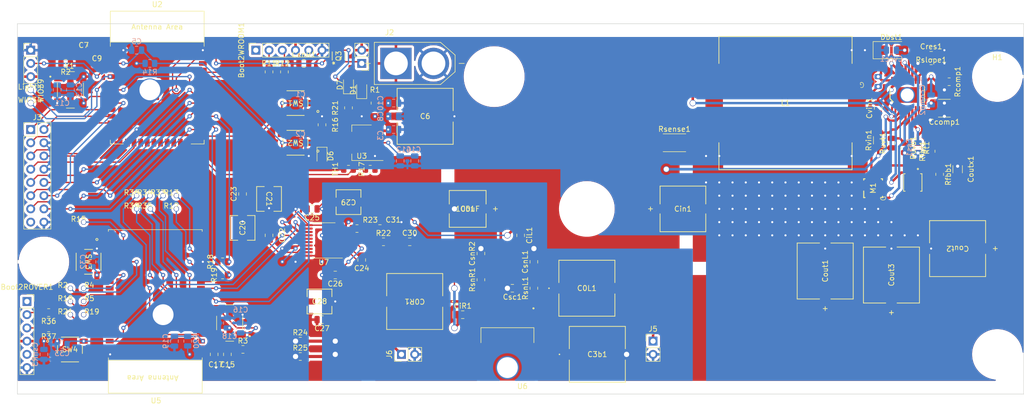
<source format=kicad_pcb>
(kicad_pcb (version 20221018) (generator pcbnew)
  (layers (0 "F.Cu" signal) (31 "B.Cu" signal) (34 "B.Paste" user) (35 "F.Paste" user) (36 "B.SilkS" user "B.Silkscreen") (37 "F.SilkS" user "F.Silkscreen") (38 "B.Mask" user) (39 "F.Mask" user) (44 "Edge.Cuts" user))
  (net 0 "")
  (net 2 "Net-(Boot2ROVER1-RX)")
  (net 3 "Net-(Boot2ROVER1-TX)")
  (net 4 "3.3V")
  (net 6 "GND")
  (net 8 "Net-(Boot2WROOM1-RX)")
  (net 9 "Net-(Boot2WROOM1-TX)")
  (net 11 "Net-(U6-Out_B)")
  (net 12 "Net-(J5-Pin_1)")
  (net 13 "Net-(U6-Out_A)")
  (net 14 "Net-(J6-Pin_1)")
  (net 15 "IO0_WROOM")
  (net 16 "EN_WROOM")
  (net 17 "5V")
  (net 18 "14V")
  (net 19 "AGND")
  (net 20 "EXT_WROOM_CLK_OUT")
  (net 21 "EXT_ROVER_CLK_OUT")
  (net 22 "EN_ROVER")
  (net 23 "Net-(U7-LDOO)")
  (net 24 "Net-(U7-CAPP)")
  (net 25 "Net-(U7-CAPM)")
  (net 26 "Net-(U7-VNEG)")
  (net 27 "Right_Audio")
  (net 28 "Left_Audio")
  (net 29 "IO0_ROVER")
  (net 30 "Net-(U6-Bias)")
  (net 31 "Net-(Dbst1-K)")
  (net 32 "Net-(M1-Back)")
  (net 33 "Net-(Ccomp1-Pad1)")
  (net 34 "Net-(U4-FB)")
  (net 35 "Net-(U4-COMP)")
  (net 36 "Net-(U6-In_B)")
  (net 37 "Net-(U6-In_A)")
  (net 38 "Net-(U4-RES)")
  (net 39 "Net-(CsnL1-Pad1)")
  (net 40 "Net-(CsnR2-Pad1)")
  (net 41 "Net-(U4-SS)")
  (net 42 "Net-(Dbst1-A)")
  (net 43 "Net-(U4-VIN)")
  (net 44 "Net-(D6-K)")
  (net 45 "Net-(D7-K)")
  (net 46 "Net-(D7-A)")
  (net 47 "R1_PIN")
  (net 48 "G1_PIN")
  (net 49 "B1_PIN")
  (net 50 "R2_PIN")
  (net 51 "G2_PIN")
  (net 52 "B2_PIN")
  (net 53 "A_PIN")
  (net 54 "B_PIN")
  (net 55 "C_PIN")
  (net 56 "D_PIN")
  (net 57 "CLK_PIN")
  (net 58 "STB")
  (net 59 "OE")
  (net 60 "Net-(J4-Pin_1)")
  (net 61 "Net-(U4-CSN)")
  (net 62 "Light_Reading")
  (net 63 "Net-(M1-G)")
  (net 64 "Net-(M2-GATE)")
  (net 67 "WROOM_TO_FANS")
  (net 69 "RXD0_WROOM")
  (net 70 "TXD0_WROOM")
  (net 71 "Therm_Reading")
  (net 72 "WROOM_TALK_TX")
  (net 73 "ROVER_TALK_RX")
  (net 74 "WROOM_TALK_RX")
  (net 75 "ROVER_TALK_TX")
  (net 76 "Net-(U7-OUTL)")
  (net 77 "Net-(U7-OUTR)")
  (net 78 "RXD0_ROVER")
  (net 79 "TXD0_ROVER")
  (net 80 "Net-(U4-SLOPE)")
  (net 81 "Net-(U4-SYNCIN_RT)")
  (net 82 "Net-(U4-UVLO)")
  (net 83 "WIO39")
  (net 84 "WIO34")
  (net 85 "OE_PIN")
  (net 86 "WIO21")
  (net 87 "WIO22")
  (net 89 "unconnected-(U4-PAD-Pad21)")
  (net 90 "RIO36")
  (net 91 "RIO39")
  (net 92 "RIO34")
  (net 93 "RIO35")
  (net 94 "RIO33")
  (net 95 "I2S_DATA")
  (net 96 "I2S-BCK")
  (net 97 "RIO12")
  (net 98 "RIO13")
  (net 99 "RIO15")
  (net 100 "RIO2")
  (net 101 "RIO4")
  (net 102 "RIO5")
  (net 103 "RIO18")
  (net 104 "RIO19")
  (net 105 "RIO21")
  (net 106 "I2S-WS")
  (net 107 "RIO23")
  (net 108 "unconnected-(U6-TAB-Pad8)")
  (net 110 "Net-(D1-K)")
  (net 111 "Net-(Y1-EOH)")
  (net 112 "Net-(Y2-EOH)")
  (footprint "Artisyn_Components:Audio_100uF" (layer "F.Cu") (at 162.56 43.18 180)
    (fp_text reference "Cb1")
    (fp_text value "100uF")
  )
  (footprint "Resistor_SMD:R_2512_6332Metric" (layer "F.Cu") (at 202.2221 30.48)
    (fp_text reference "Rsense1")
    (fp_text value "1.5m" hide)
  )
  (footprint "Artisyn_Components:CSD17581Q3A" (layer "F.Cu") (at 247.9421 38.1 -90)
    (fp_text reference "M2" hide)
    (fp_text value "CSD17581Q3A" hide)
  )
  (footprint "Resistor_SMD:R_0805_2012Metric" (layer "F.Cu") (at 124.46 16.8675 90)
    (fp_text reference "R11")
    (fp_text value "0" hide)
  )
  (footprint "Resistor_SMD:R_1206_3216Metric" (layer "F.Cu") (at 241.3 29.997501 90)
    (fp_text reference "Rvin1")
    (fp_text value "3.01" hide)
  )
  (footprint "MountingHole:MountingHole_2.7mm" (layer "F.Cu") (at 264.16 71.12)
    (fp_text reference "H5" hide)
    (fp_text value "MountingHole" hide)
  )
  (footprint "Artisyn_Components:Audio_1000uF" (layer "F.Cu") (at 187.4266 71.12)
    (fp_text reference "C3b1")
    (fp_text value "1000uF")
  )
  (footprint "PCM_Espressif:ESP32-WROOM-32E" (layer "F.Cu") (at 103.01 19.71)
    (fp_text reference "U2")
    (fp_text value "ESP32-WROOM-E")
  )
  (footprint "Resistor_SMD:R_0805_2012Metric" (layer "F.Cu") (at 115.5575 53.34 180)
    (fp_text reference "R18")
    (fp_text value "0" hide)
  )
  (footprint "Resistor_SMD:R_0805_2012Metric" (layer "F.Cu") (at 139.7 23.7725 -90)
    (fp_text reference "R21")
    (fp_text value "1k" hide)
  )
  (footprint "Artisyn_Components:Audio_1000uF" (layer "F.Cu") (at 152.4 60.96 180)
    (fp_text reference "C0R1")
    (fp_text value "1000uF")
  )
  (footprint "MountingHole:MountingHole_2.7mm" (layer "F.Cu") (at 185.42 43.18)
    (fp_text reference "H4" hide)
    (fp_text value "MountingHole" hide)
  )
  (footprint "Artisyn_Components:Boot_Switches" (layer "F.Cu") (at 129.54 22.86 180)
    (fp_text reference "SW1")
    (fp_text value "SW_Push")
  )
  (footprint "Connector_PinHeader_2.54mm:PinHeader_1x02_P2.54mm_Vertical" (layer "F.Cu") (at 198.12 68.58)
    (fp_text reference "J5")
    (fp_text value "To_Speaker_L" hide)
  )
  (footprint "Connector_PinHeader_2.54mm:PinHeader_1x02_P2.54mm_Vertical" (layer "F.Cu") (at 142.24 15.24 180)
    (fp_text reference "J4" hide)
    (fp_text value "fan connector")
  )
  (footprint "Capacitor_SMD:C_0805_2012Metric" (layer "F.Cu") (at 88.9 11.75 90)
    (fp_text reference "C7")
    (fp_text value "22uF" hide)
  )
  (footprint "Artisyn_Components:Boot_Switches" (layer "F.Cu") (at 86.274999 70.179999)
    (fp_text reference "SW4")
    (fp_text value "SW_Push")
  )
  (footprint "Resistor_SMD:R_0805_2012Metric" (layer "F.Cu") (at 253.0875 36.540001 -90)
    (fp_text reference "Rfbb1")
    (fp_text value "3.65k" hide)
  )
  (footprint "Resistor_SMD:R_0805_2012Metric" (layer "F.Cu") (at 243.84 30.547501 90)
    (fp_text reference "Ruvt1")
    (fp_text value "49.9k" hide)
  )
  (footprint "Artisyn_Components:AMASS_XT60-M" (layer "F.Cu") (at 152.4 15.24)
    (fp_text reference "J2")
    (fp_text value "XT60-M")
  )
  (footprint "Artisyn_Components:LM4752" (layer "F.Cu") (at 170.18 68.58 180)
    (fp_text reference "U6")
    (fp_text value "LM4752TS")
  )
  (footprint "Resistor_SMD:R_0805_2012Metric" (layer "F.Cu") (at 144.78 22.86 -90)
    (fp_text reference "R1")
    (fp_text value "2k" hide)
  )
  (footprint "Capacitor_SMD:C_0805_2012Metric" (layer "F.Cu") (at 124.46 48.26 90)
    (fp_text reference "C22")
    (fp_text value "0.1uF" hide)
  )
  (footprint "Resistor_SMD:R_0805_2012Metric" (layer "F.Cu") (at 115.5575 55.88 180)
    (fp_text reference "R19")
    (fp_text value "0" hide)
  )
  (footprint "Artisyn_Components:Audio_1000uF" (layer "F.Cu") (at 154.4066 25.4)
    (fp_text reference "C6")
    (fp_text value "1000uF")
  )
  (footprint "Capacitor_SMD:C_0805_2012Metric" (layer "F.Cu") (at 171.13 58.42 180)
    (fp_text reference "Csc1")
    (fp_text value ".1uF" hide)
  )
  (footprint "Connector_PinHeader_2.54mm:PinHeader_1x03_P2.54mm_Vertical" (layer "F.Cu") (at 78.74 12.7)
    (fp_text reference "LightSensorConnector1" hide)
    (fp_text value "Conn_01x03_Pin" hide)
  )
  (footprint "Resistor_SMD:R_0805_2012Metric" (layer "F.Cu") (at 246.38 31.460001 -90)
    (fp_text reference "Ruvb1")
    (fp_text value "19.1k" hide)
  )
  (footprint "Capacitor_SMD:C_0805_2012Metric" (layer "F.Cu") (at 175.26 53.34 90)
    (fp_text reference "CsnL1")
    (fp_text value ".1uF" hide)
  )
  (footprint "LED_SMD:LED_0805_2012Metric" (layer "F.Cu") (at 139.7 19.3825 90)
    (fp_text reference "D7")
    (fp_text value "RED LED" hide)
  )
  (footprint "Capacitor_SMD:C_0805_2012Metric" (layer "F.Cu") (at 113.93 71.12 -90)
    (fp_text reference "C17")
    (fp_text value ".1uF" hide)
  )
  (footprint "Artisyn_Components:CSD17309Q3" (layer "F.Cu") (at 240.325001 39.201999 90)
    (fp_text reference "M1")
    (fp_text value "CSD17581Q3" hide)
  )
  (footprint "Resistor_SMD:R_0805_2012Metric" (layer "F.Cu") (at 175.26 58.42 90)
    (fp_text reference "RsnL1")
    (fp_text value "2.7" hide)
  )
  (footprint "Capacitor_SMD:C_0805_2012Metric" (layer "F.Cu") (at 137.16 55.88 180)
    (fp_text reference "C26")
    (fp_text value "2.2uF" hide)
  )
  (footprint "Resistor_SMD:R_0805_2012Metric" (layer "F.Cu") (at 85.4475 15.24 180)
    (fp_text reference "R2")
    (fp_text value "0")
  )
  (footprint "MountingHole:MountingHole_2.7mm" (layer "F.Cu") (at 264.16 17.78)
    (fp_text reference "H1")
    (fp_text value "MountingHole" hide)
  )
  (footprint "Resistor_SMD:R_0805_2012Metric" (layer "F.Cu") (at 251.46 16.220001)
    (fp_text reference "Rslope1")
    (fp_text value " 150.0k" hide)
  )
  (footprint "LED_SMD:LED_0805_2012Metric" (layer "F.Cu") (at 134.62 33.02 -90)
    (fp_text reference "D6")
    (fp_text value "RED LED" hide)
  )
  (footprint "Artisyn_Components:Onboard_Clock" (layer "F.Cu") (at 86.36 20.32)
    (fp_text reference "Y1")
    (fp_text value "CB3LV-3I-40M000000")
  )
  (footprint "Diode_SMD:D_SMA" (layer "F.Cu") (at 243.84 12.7)
    (fp_text reference "Dbst1")
    (fp_text value "D_Schottky" hide)
  )
  (footprint "Resistor_SMD:R_0805_2012Metric" (layer "F.Cu") (at 141.3275 46.96)
    (fp_text reference "R23")
    (fp_text value "470" hide)
  )
  (footprint "Capacitor_SMD:C_0805_2012Metric" (layer "F.Cu") (at 119.38 40.3148 90)
    (fp_text reference "C23")
    (fp_text value "0.1uF" hide)
  )
  (footprint "Connector_PinHeader_2.54mm:PinHeader_1x02_P2.54mm_Vertical" (layer "F.Cu") (at 149.86 71.12 90)
    (fp_text reference "J6")
    (fp_text value "To_Speaker_R" hide)
  )
  (footprint "Artisyn_Components:PCAP_SVP_E7_PAN" (layer "F.Cu") (at 203.8477 43.18)
    (fp_text reference "Cin1")
    (fp_text value "270uF")
  )
  (footprint "Artisyn_Components:PCAP_SVP_F12_PAN" (layer "F.Cu") (at 243.84 55.88 90)
    (fp_text reference "Cout3")
    (fp_text value "560.0 uF")
  )
  (footprint "Capacitor_SMD:C_0805_2012Metric" (layer "F.Cu") (at 116.47 71.12 -90)
    (fp_text reference "C15")
    (fp_text value "22uF" hide)
  )
  (footprint "Connector_PinHeader_2.54mm:PinHeader_2x08_P2.54mm_Vertical" (layer "F.Cu") (at 78.74 27.94)
    (fp_text reference "J3")
    (fp_text value "HUB75")
  )
  (footprint "Artisyn_Components:Fan_MOSFET" (layer "F.Cu") (at 137.809986 13.81125 90)
    (fp_text reference "Q3")
    (fp_text value "Fan_NMOS")
  )
  (footprint "Connector_PinSocket_2.54mm:PinSocket_1x06_P2.54mm_Vertical" (layer "F.Cu") (at 78.025 60.96)
    (fp_text reference "Boot2ROVER1")
    (fp_text value "~")
  )
  (footprint "Capacitor_SMD:C_0805_2012Metric" (layer "F.Cu") (at 132.725 43.18 180)
    (fp_text reference "C25")
    (fp_text value "0.1uF" hide)
  )
  (footprint "Resistor_SMD:R_0805_2012Metric" (layer "F.Cu") (at 254.9125 18.760001)
    (fp_text reference "Rcomp1")
    (fp_text value " 23.7k" hide)
  )
  (footprint "Connector_PinSocket_2.54mm:PinSocket_1x06_P2.54mm_Vertical" (layer "F.Cu") (at 121.92 12.7 90)
    (fp_text reference "Boot2WROOM1")
    (fp_text value "~")
  )
  (footprint "Resistor_SMD:R_0805_2012Metric" (layer "F.Cu") (at 143.8675 35.56)
    (fp_text reference "R17")
    (fp_text value "10k" hide)
  )
  (footprint "Capacitor_SMD:C_1206_3216Metric" (layer "F.Cu") (at 256.54 35.56 90)
    (fp_text reference "Coutx1")
    (fp_text value "47.0 uF" hide)
  )
  (footprint "Resistor_SMD:R_0805_2012Metric" (layer "F.Cu") (at 251.46 32.1075 90)
    (fp_text reference "Rfbt1")
    (fp_text value " 39.0k" hide)
  )
  (footprint "Artisyn_Components:Boot_Switches" (layer "F.Cu") (at 89.840001 53.34 -90)
    (fp_text reference "SW3")
    (fp_text value "SW_Push")
  )
  (footprint "Capacitor_SMD:C_0805_2012Metric" (layer "F.Cu") (at 145.73 46.96)
    (fp_text reference "C31")
    (fp_text value "2.2nF" hide)
  )
  (footprint "Capacitor_SMD:C_0805_2012Metric" (layer "F.Cu") (at 241.3 23.81 90)
    (fp_text reference "Cvin1")
    (fp_text value " 470.0 nF" hide)
  )
  (footprint "Resistor_SMD:R_0805_2012Metric" (layer "F.Cu") (at 130.4525 68.58)
    (fp_text reference "R24")
    (fp_text value "0" hide)
  )
  (footprint "Artisyn_Components:Onboard_Clock" (layer "F.Cu") (at 116.91 65.09 180)
    (fp_text reference "Y2" hide)
    (fp_text value "CB3LV-3I-40M000000")
  )
  (footprint "Artisyn_Components:EX_DAC_ELEC_CAPS_10uF" (layer "F.Cu") (at 124.46 41.2648 -90)
    (fp_text reference "C21")
    (fp_text value "10uF")
  )
  (footprint "Resistor_SMD:R_0805_2012Metric" (layer "F.Cu") (at 127.41 16.8675 90)
    (fp_text reference "R12")
    (fp_text value "0" hide)
  )
  (footprint "Resistor_SMD:R_0805_2012Metric" (layer "F.Cu") (at 82.1925 66.04 180)
    (fp_text reference "R37")
    (fp_text value "0" hide)
  )
  (footprint "Resistor_SMD:R_0805_2012Metric" (layer "F.Cu") (at 165.1 56.7925 90)
    (fp_text reference "RsnR1")
    (fp_text value "2.7" hide)
  )
  (footprint "Artisyn_Components:Audio_1000uF" (layer "F.Cu") (at 185.42 58.42)
    (fp_text reference "C0L1")
    (fp_text value "1000uF")
  )
  (footprint "Package_SO:TSSOP-20_4.4x6.5mm_P0.65mm" (layer "F.Cu") (at 134.9425 49.235 180)
    (fp_text reference "U7")
    (fp_text value "PCM5102A")
  )
  (footprint "Artisyn_Components:PCAP_SVP_F12_PAN" (layer "F.Cu") (at 256.54 50.8 180)
    (fp_text reference "Cout2")
    (fp_text value "560.0 uF")
  )
  (footprint "Artisyn_Components:EX_DAC_ELEC_CAPS_10uF" (layer "F.Cu") (at 134.1374 60.96)
    (fp_text reference "C28")
    (fp_text value "10uF")
  )
  (footprint "MountingHole:MountingHole_2.7mm" (layer "F.Cu") (at 167.64 17.78)
    (fp_text reference "H2" hide)
    (fp_text value "MountingHole" hide)
  )
  (footprint "Package_TO_SOT_SMD:SOT-223-3_TabPin2" (layer "F.Cu") (at 142.24 30.48 180)
    (fp_text reference "U3")
    (fp_text value "AMS1117-3.3" hide)
  )
  (footprint "Capacitor_SMD:C_0805_2012Metric" (layer "F.Cu") (at 161.61 63.5)
    (fp_text reference "CiR1")
    (fp_text value ".1uF" hide)
  )
  (footprint "Artisyn_Components:LM512220A_L" (layer "F.Cu") (at 246.880002 21.300001 90)
    (fp_text reference "U4")
    (fp_text value "LM5122MH/NOPB")
  )
  (footprint "Capacitor_SMD:C_0805_2012Metric" (layer "F.Cu") (at 165.1 51.75 90)
    (fp_text reference "CsnR2")
    (fp_text value ".1uF" hide)
  )
  (footprint "Capacitor_SMD:C_0805_2012Metric" (layer "F.Cu") (at 134.62 64.45 180)
    (fp_text reference "C27")
    (fp_text value "0.1uF" hide)
  )
  (footprint "Capacitor_SMD:C_0805_2012Metric" (layer "F.Cu") (at 142.24 52.99 90)
    (fp_text reference "C24")
    (fp_text value "2.2uF" hide)
  )
  (footprint "Capacitor_SMD:C_0805_2012Metric" (layer "F.Cu") (at 172.72 48.26 -90)
    (fp_text reference "CiL1")
    (fp_text value ".1uF" hide)
  )
  (footprint "Capacitor_SMD:C_0805_2012Metric" (layer "F.Cu") (at 91.44 14.29 90)
    (fp_text reference "C9")
    (fp_text value ".1uF" hide)
  )
  (footprint "Capacitor_SMD:C_0805_2012Metric" (layer "F.Cu") (at 251.46 13.680001)
    (fp_text reference "Cres1")
    (fp_text value " 470.0 nF" hide)
  )
  (footprint "Artisyn_Components:IND_R3-R_EAT" (layer "F.Cu") (at 223.52 22.86)
    (fp_text reference "L1")
    (fp_text value " 3.3 µH")
  )
  (footprint "Resistor_SMD:R_0805_2012Metric" (layer "F.Cu") (at 248.92 31.460001 -90)
    (fp_text reference "Rt1")
    (fp_text value " 41.2k" hide)
  )
  (footprint "Capacitor_SMD:C_0805_2012Metric" (layer "F.Cu") (at 151.45 49.5)
    (fp_text reference "C30")
    (fp_text value "2.2nF" hide)
  )
  (footprint "LED_SMD:LED_0805_2012Metric" (layer "F.Cu") (at 142.24 20.32 90)
    (fp_text reference "D1")
    (fp_text value "RED LED" hide)
  )
  (footprint "Resistor_SMD:R_0805_2012Metric" (layer "F.Cu") (at 146.4075 49.5)
    (fp_text reference "R22")
    (fp_text value "470" hide)
  )
  (footprint "Resistor_SMD:R_0805_2012Metric" (layer "F.Cu") (at 139.7 35.56)
    (fp_text reference "TH1")
    (fp_text value "Thermistor" hide)
  )
  (footprint "Capacitor_SMD:C_1812_4532Metric" (layer "F.Cu") (at 254 23.840001 180)
    (fp_text reference "Ccomp1")
    (fp_text value "18.0 nF" hide)
  )
  (footprint "Artisyn_Components:Boot_Switches" (layer "F.Cu") (at 129.54 30.48 180)
    (fp_text reference "SW2")
    (fp_text value "SW_Push")
  )
  (footprint "Artisyn_Components:EX_DAC_ELEC_CAPS_10uF" (layer "F.Cu") (at 119.38 46.8274 90)
    (fp_text reference "C20")
    (fp_text value "10uF")
  )
  (footprint "Resistor_SMD:R_0805_2012Metric" (layer "F.Cu") (at 82.1925 63.09 180)
    (fp_text reference "R36")
    (fp_text value "0" hide)
  )
  (footprint "Resistor_SMD:R_0805_2012Metric" (layer "F.Cu") (at 119.45 70.17)
    (fp_text reference "R3")
    (fp_text value "0" hide)
  )
  (footprint "PCM_Espressif:ESP32-WROVER-E" (layer "F.Cu") (at 102.64 62.865 180)
    (fp_text reference "U5")
    (fp_text value "ESP32-WROVER-E")
  )
  (footprint "Resistor_SMD:R_0805_2012Metric" (layer "F.Cu") (at 134.62 27.0275 90)
    (fp_text reference "R16")
    (fp_text value "1k" hide)
  )
  (footprint "Artisyn_Components:EX_DAC_ELEC_CAPS_10uF" (layer "F.Cu") (at 139.7 41.88 180)
    (fp_text reference "C29")
    (fp_text value "10uF")
  )
  (footprint "Artisyn_Components:PCAP_SVP_F12_PAN" (layer "F.Cu") (at 231.14 55.1053 90)
    (fp_text reference "Cout1")
    (fp_text value "560.0 uF")
  )
  (footprint "Resistor_SMD:R_0805_2012Metric" (layer "F.Cu") (at 130.4525 71.53)
    (fp_text reference "R25")
    (fp_text value "0" hide)
  )
  (footprint "Capacitor_SMD:C_0805_2012Metric" (layer "F.Cu") (at 131.13 15.24)
    (fp_text reference "CsnR1")
    (fp_text value ".1uF" hide)
  )
  (footprint "MountingHole:MountingHole_2.7mm" (layer "F.Cu") (at 81.28 53.34)
    (fp_text reference "H3" hide)
    (fp_text value "MountingHole" hide)
  )
  (footprint "Capacitor_SMD:C_0805_2012Metric" (layer "B.Cu") (at 99.06 12.7 180)
    (fp_text reference "C5")
    (fp_text value ".1uF" hide)
  )
  (footprint "Capacitor_SMD:C_0805_2012Metric" (layer "B.Cu") (at 86.36 20.32 90)
    (fp_text reference "C13")
    (fp_text value ".01uF" hide)
  )
  (footprint "Capacitor_SMD:C_0805_2012Metric" (layer "B.Cu") (at 119.01 66.04 90)
    (fp_text reference "C16")
    (fp_text value ".1uF" hide)
  )
  (footprint "Resistor_SMD:R_0805_2012Metric" (layer "B.Cu") (at 108.85 68.58 90)
    (fp_text reference "R20")
    (fp_text value "10k" hide)
  )
  (footprint "Capacitor_SMD:C_0805_2012Metric" (layer "B.Cu") (at 152.4 33.97 -90)
    (fp_text reference "C14")
    (fp_text value "10uF" hide)
  )
  (footprint "Capacitor_SMD:C_0805_2012Metric" (layer "B.Cu") (at 251.46 22.250001 -90)
    (fp_text reference "Ccomp2")
    (fp_text value " 1.0 nF" hide)
  )
  (footprint "Capacitor_SMD:C_0805_2012Metric" (layer "B.Cu") (at 248.92 31.43 -90)
    (fp_text reference "Css1")
    (fp_text value " 33.0 nF" hide)
  )
  (footprint "Capacitor_SMD:C_0805_2012Metric" (layer "B.Cu") (at 81.28 71.12 -90)
    (fp_text reference "CsnR3")
    (fp_text value ".1uF" hide)
  )
  (footprint "Capacitor_SMD:C_0805_2012Metric" (layer "B.Cu") (at 130.49 22.86 180)
    (fp_text reference "C1")
    (fp_text value ".1uF" hide)
  )
  (footprint "Capacitor_SMD:C_0805_2012Metric" (layer "B.Cu") (at 116.47 65.09 -90)
    (fp_text reference "C18")
    (fp_text value ".01uF" hide)
  )
  (footprint "Capacitor_SMD:C_0805_2012Metric" (layer "B.Cu") (at 83.82 20.32 -90)
    (fp_text reference "C11")
    (fp_text value ".1uF" hide)
  )
  (footprint "Capacitor_SMD:C_0805_2012Metric" (layer "B.Cu") (at 148.368964 22.86)
    (fp_text reference "C10")
    (fp_text value " 10uF" hide)
  )
  (footprint "Capacitor_SMD:C_0805_2012Metric" (layer "B.Cu") (at 106.31 68.58 -90)
    (fp_text reference "C19")
    (fp_text value ".1uF" hide)
  )
  (footprint "Capacitor_SMD:C_0805_2012Metric" (layer "B.Cu") (at 130.49 30.48 180)
    (fp_text reference "C2")
    (fp_text value ".1uF" hide)
  )
  (footprint "Capacitor_SMD:C_0805_2012Metric" (layer "B.Cu") (at 148.368964 25.4)
    (fp_text reference "C8")
    (fp_text value ".1uF" hide)
  )
  (footprint "Capacitor_SMD:C_0805_2012Metric" (layer "B.Cu") (at 148.368964 27.94)
    (fp_text reference "C3")
    (fp_text value ".1uF" hide)
  )
  (footprint "Capacitor_SMD:C_0805_2012Metric" (layer "B.Cu") (at 243.84 12.7)
    (fp_text reference "Cvcc1")
    (fp_text value "10.0 uF" hide)
  )
  (footprint "Capacitor_SMD:C_0805_2012Metric" (layer "B.Cu") (at 90.49 53.34 -90)
    (fp_text reference "C32")
    (fp_text value ".1uF" hide)
  )
  (footprint "Capacitor_SMD:C_0805_2012Metric" (layer "B.Cu") (at 149.62 33.97 -90)
    (fp_text reference "C12")
    (fp_text value ".1uF" hide)
  )
  (footprint "Capacitor_SMD:C_0805_2012Metric" (layer "B.Cu") (at 241.3 18.73 -90)
    (fp_text reference "Cbst1" hide)
    (fp_text value "470.0 nF" hide)
  )
  (footprint "Resistor_SMD:R_0805_2012Metric" (layer "B.Cu") (at 101.6 15.24)
    (fp_text reference "R14")
    (fp_text value "10k" hide)
  )
  (footprint "Capacitor_SMD:C_0805_2012Metric" (layer "B.Cu") (at 84.77 69.239998)
    (fp_text reference "C33")
    (fp_text value ".1uF" hide)
  )
  (gr_line (start 76.2 7.62) (end 269.24 7.62) (stroke (width 0.1)) (layer "Edge.Cuts"))
  (gr_line (start 269.24 78.74) (end 76.2 78.74) (stroke (width 0.1)) (layer "Edge.Cuts"))
  (gr_line (start 269.24 76.2) (end 269.24 78.74) (stroke (width 0.1)) (layer "Edge.Cuts"))
  (gr_line (start 269.24 7.62) (end 269.24 10.16) (stroke (width 0.1)) (layer "Edge.Cuts"))
  (gr_line (start 76.2 10.16) (end 76.2 7.62) (stroke (width 0.1)) (layer "Edge.Cuts"))
  (gr_line (start 76.2 78.74) (end 76.2 10.16) (stroke (width 0.1)) (layer "Edge.Cuts"))
  (gr_line (start 269.24 10.16) (end 269.24 76.2) (stroke (width 0.1)) (layer "Edge.Cuts"))
  (gr_text "R4" (at 88.9 58.42) (layer "F.SilkS") (effects (font (size 1 1)) (justify left bottom)))
  (gr_text "R19" (at 88.9 63.5) (layer "F.SilkS") (effects (font (size 1 1)) (justify left bottom)))
  (gr_text "R2" (at 83.82 58.42) (layer "F.SilkS") (effects (font (size 1 1)) (justify left bottom)))
  (gr_text "R33" (at 101.6 40.64) (layer "F.SilkS") (effects (font (size 1 1)) (justify left bottom)))
  (gr_text "R34" (at 99.06 40.64) (layer "F.SilkS") (effects (font (size 1 1)) (justify left bottom)))
  (gr_text "R39" (at 96.52 43.18) (layer "F.SilkS") (effects (font (size 1 1)) (justify left bottom)))
  (gr_text "R13" (at 104.14 40.64) (layer "F.SilkS") (effects (font (size 1 1)) (justify left bottom)))
  (gr_text "R5" (at 88.9 60.96) (layer "F.SilkS") (effects (font (size 1 1)) (justify left bottom)))
  (gr_text "R35" (at 99.06 43.18) (layer "F.SilkS") (effects (font (size 1 1)) (justify left bottom)))
  (gr_text "Light+" (at 76.2 20.32) (layer "F.SilkS") (effects (font (size 1 1)) (justify left bottom)))
  (gr_text "R18" (at 83.82 60.96) (layer "F.SilkS") (effects (font (size 1 1)) (justify left bottom)))
  (gr_text "WIO34" (at 76.2 22.86) (layer "F.SilkS") (effects (font (size 1 1)) (justify left bottom)))
  (gr_text "R15" (at 86.36 45.72) (layer "F.SilkS") (effects (font (size 1 1)) (justify left bottom)))
  (gr_text "R12" (at 104.14 43.18) (layer "F.SilkS") (effects (font (size 1 1)) (justify left bottom)))
  (gr_text "WIO39" (at 81.28 22.86 90) (layer "F.SilkS") (effects (font (size 1 1)) (justify left bottom)))
  (gr_text "R36" (at 96.52 40.64) (layer "F.SilkS") (effects (font (size 1 1)) (justify left bottom)))
  (gr_text "R21" (at 83.82 63.5) (layer "F.SilkS") (effects (font (size 1 1)) (justify left bottom)))
  (segment (start 78.435 63.09) (end 78.025 63.5) (width 0.25) (layer "F.Cu") (net 2))
  (segment (start 81.28 63.09) (end 78.435 63.09) (width 0.25) (layer "F.Cu") (net 2))
  (segment (start 81.28 66.04) (end 78.025 66.04) (width 0.25) (layer "F.Cu") (net 3))
  (segment (start 134.62 52.16) (end 137.805 52.16) (width 0.25) (layer "F.Cu") (net 4))
  (segment (start 144.78 38.8574) (end 144.78 38.1) (width 0.25) (layer "F.Cu") (net 4))
  (segment (start 114.81 69.29) (end 113.93 70.17) (width 0.25) (layer "F.Cu") (net 4))
  (segment (start 111.39 69.85) (end 110.49 69.85) (width 0.25) (layer "F.Cu") (net 4))
  (segment (start 92.71 13.97) (end 94.26 13.97) (width 0.25) (layer "F.Cu") (net 4))
  (segment (start 132.08 50.21) (end 130.13 50.21) (width 0.25) (layer "F.Cu") (net 4))
  (segment (start 129.54 58.42) (end 132.08 60.96) (width 0.25) (layer "F.Cu") (net 4))
  (segment (start 138.8675 46.5525) (end 139.7 45.72) (width 0.25) (layer "F.Cu") (net 4))
  (segment (start 91.44 15.24) (end 92.71 13.97) (width 0.25) (layer "F.Cu") (net 4))
  (segment (start 137.805 47.61) (end 138.542499 47.61) (width 0.25) (layer "F.Cu") (net 4))
  (segment (start 138.542499 47.61) (end 138.8675 47.284999) (width 0.25) (layer "F.Cu") (net 4))
  (segment (start 123.3526 38.1) (end 121.92 38.1) (width 0.25) (layer "F.Cu") (net 4))
  (segment (start 111.39 69.85) (end 113.61 69.85) (width 0.25) (layer "F.Cu") (net 4))
  (segment (start 130.13 50.21) (end 129.54 50.8) (width 0.25) (layer "F.Cu") (net 4))
  (segment (start 139.09 30.48) (end 145.39 30.48) (width 0.25) (layer "F.Cu") (net 4))
  (segment (start 114.81 67.63) (end 114.81 69.29) (width 0.25) (layer "F.Cu") (net 4))
  (segment (start 143.48 41.88) (end 144.78 43.18) (width 0.25) (layer "F.Cu") (net 4))
  (segment (start 113.93 70.17) (end 116.47 70.17) (width 0.25) (layer "F.Cu") (net 4))
  (segment (start 130.18 13.34) (end 129.54 12.7) (width 0.25) (layer "F.Cu") (net 4))
  (segment (start 125.5674 38.1) (end 124.46 39.2074) (width 0.25) (layer "F.Cu") (net 4))
  (segment (start 125.5674 38.1) (end 127 38.1) (width 0.25) (layer "F.Cu") (net 4))
  (segment (start 138.7875 30.7825) (end 139.09 30.48) (width 0.25) (layer "F.Cu") (net 4))
  (segment (start 132.08 60.96) (end 129.54 63.5) (width 0.25) (layer "F.Cu") (net 4))
  (segment (start 144.78 38.8574) (end 141.7574 41.88) (width 0.25) (layer "F.Cu") (net 4))
  (segment (start 99.06 15.24) (end 97.79 13.97) (width 0.25) (layer "F.Cu") (net 4))
  (segment (start 134.62 53.34) (end 134.62 52.16) (width 0.25) (layer "F.Cu") (net 4))
  (segment (start 113.61 69.85) (end 113.93 70.17) (width 0.25) (layer "F.Cu") (net 4))
  (segment (start 132.08 52.16) (end 134.62 52.16) (width 0.25) (layer "F.Cu") (net 4))
  (segment (start 147.32 30.48) (end 145.39 30.48) (width 0.25) (layer "F.Cu") (net 4))
  (segment (start 124.46 39.2074) (end 123.3526 38.1) (width 0.25) (layer "F.Cu") (net 4))
  (segment (start 97.79 13.97) (end 94.26 13.97) (width 0.25) (layer "F.Cu") (net 4))
  (segment (start 118.5375 70.17) (end 116.47 70.17) (width 0.25) (layer "F.Cu") (net 4))
  (segment (start 138.7875 35.56) (end 138.7875 30.7825) (width 0.25) (layer "F.Cu") (net 4))
  (segment (start 141.7574 41.88) (end 143.48 41.88) (width 0.25) (layer "F.Cu") (net 4))
  (segment (start 130.18 15.24) (end 130.18 13.34) (width 0.25) (layer "F.Cu") (net 4))
  (segment (start 110.49 69.85) (end 109.22 71.12) (width 0.25) (layer "F.Cu") (net 4))
  (segment (start 138.8675 47.284999) (end 138.8675 46.5525) (width 0.25) (layer "F.Cu") (net 4))
  (via (at 129.54 50.8) (size 0.8) (drill 0.4) (layers "F.Cu" "B.Cu") (net 4))
  (via (at 81.28 68.58) (size 0.8) (drill 0.4) (layers "F.Cu" "B.Cu") (net 4))
  (via (at 116.84 66.04) (size 0.8) (drill 0.4) (layers "F.Cu" "B.Cu") (net 4))
  (via (at 147.32 30.48) (size 0.8) (drill 0.4) (layers "F.Cu" "B.Cu") (net 4))
  (via (at 127 53.34) (size 0.8) (drill 0.4) (layers "F.Cu" "B.Cu") (net 4))
  (via (at 99.06 15.24) (size 0.8) (drill 0.4) (layers "F.Cu" "B.Cu") (net 4))
  (via (at 88.9 17.78) (size 0.8) (drill 0.4) (layers "F.Cu" "B.Cu") (net 4))
  (via (at 139.7 45.72) (size 0.8) (drill 0.4) (layers "F.Cu" "B.Cu") (net 4))
  (via (at 134.62 53.34) (size 0.8) (drill 0.4) (layers "F.Cu" "B.Cu") (net 4))
  (via (at 109.22 71.12) (size 0.8) (drill 0.4) (layers "F.Cu" "B.Cu") (net 4))
  (segment (start 152.4 33.02) (end 149.62 33.02) (width 0.25) (layer "B.Cu") (net 4))
  (segment (start 81.28 70.17) (end 81.28 68.58) (width 0.25) (layer "B.Cu") (net 4))
  (segment (start 87.31 19.37) (end 86.36 19.37) (width 0.25) (layer "B.Cu") (net 4))
  (segment (start 108.85 70.75) (end 109.22 71.12) (width 0.25) (layer "B.Cu") (net 4))
  (segment (start 108.85 69.4925) (end 108.85 70.75) (width 0.25) (layer "B.Cu") (net 4))
  (segment (start 147.32 30.72) (end 147.32 30.48) (width 0.25) (layer "B.Cu") (net 4))
  (segment (start 149.62 33.02) (end 147.32 30.72) (width 0.25) (layer "B.Cu") (net 4))
  (segment (start 88.9 17.78) (end 87.31 19.37) (width 0.25) (layer "B.Cu") (net 4))
  (segment (start 100.6875 15.24) (end 99.06 15.24) (width 0.25) (layer "B.Cu") (net 4))
  (segment (start 129.54 50.8) (end 127 53.34) (width 0.25) (layer "B.Cu") (net 4))
  (segment (start 248.92 48.26) (end 251.46 50.8) (width 0.5) (layer "F.Cu") (net 6))
  (segment (start 252.41 13.680001) (end 250.704999 11.975) (width 0.45) (layer "F.Cu") (net 6))
  (segment (start 99.06 27.94) (end 97.29 29.71) (width 0.25) (layer "F.Cu") (net 6))
  (segment (start 92.08 12.7) (end 94.26 12.7) (width 0.25) (layer "F.Cu") (net 6))
  (segment (start 129.54 43.77) (end 129.54 43.18) (width 0.25) (layer "F.Cu") (net 6))
  (segment (start 243.714997 22.86) (end 243.902502 22.86) (width 0.25) (layer "F.Cu") (net 6))
  (segment (start 128.24 49.56) (end 127 50.8) (width 0.25) (layer "F.Cu") (net 6))
  (segment (start 132.08 51.51) (end 130.491701 51.51) (width 0.25) (layer "F.Cu") (net 6))
  (segment (start 239.349999 41.046999) (end 238.353001 41.046999) (width 0.45) (layer "F.Cu") (net 6))
  (segment (start 250.280001 25.225) (end 249.556474 25.225) (width 0.45) (layer "F.Cu") (net 6))
  (segment (start 241.3 22.86) (end 243.714997 22.86) (width 0.45) (layer "F.Cu") (net 6))
  (segment (start 232.6259 48.26) (end 233.68 48.26) (width 0.5) (layer "F.Cu") (net 6))
  (segment (start 244.605003 23.376473) (end 244.605003 23.5) (width 0.45) (layer "F.Cu") (net 6))
  (segment (start 132.165001 32.934999) (end 132.08 33.02) (width 0.25) (layer "F.Cu") (net 6))
  (segment (start 243.84 51.5747) (end 243.84 50.8) (width 0.25) (layer "F.Cu") (net 6))
  (segment (start 111.39 71.12) (end 112.98 71.12) (width 0.25) (layer "F.Cu") (net 6))
  (segment (start 132.08 46.31) (end 129.54 43.77) (width 0.25) (layer "F.Cu") (net 6))
  (segment (start 141.525 24.685) (end 142.24 25.4) (width 0.25) (layer "F.Cu") (net 6))
  (segment (start 249.556474 25.225) (end 249.155001 24.823527) (width 0.45) (layer "F.Cu") (net 6))
  (segment (start 248.92 34.212501) (end 252.16 37.452501) (width 0.45) (layer "F.Cu") (net 6))
  (segment (start 132.08 49.56) (end 128.24 49.56) (width 0.25) (layer "F.Cu") (net 6))
  (segment (start 243.84 44.6659) (end 242.3541 43.18) (width 0.45) (layer "F.Cu") (net 6))
  (segment (start 256.54 34.977901) (end 256.54 34.085) (width 0.25) (layer "F.Cu") (net 6))
  (segment (start 112.98 71.12) (end 113.93 72.07) (width 0.25) (layer "F.Cu") (net 6))
  (segment (start 116.47 73.29) (end 116.84 73.66) (width 0.25) (layer "F.Cu") (net 6))
  (segment (start 243.902502 22.86) (end 244.08853 22.86) (width 0.45) (layer "F.Cu") (net 6))
  (segment (start 130.026701 52.853299) (end 129.54 53.34) (width 0.25) (layer "F.Cu") (net 6))
  (segment (start 208.28 43.18) (end 210.82 45.72) (width 0.5) (layer "F.Cu") (net 6))
  (segment (start 139.7 24.685) (end 141.525 24.685) (width 0.25) (layer "F.Cu") (net 6))
  (segment (start 252.16 37.452501) (end 253.0875 37.452501) (width 0.45) (layer "F.Cu") (net 6))
  (segment (start 243.902502 22.86) (end 243.852336 22.809834) (width 0.25) (layer "F.Cu") (net 6))
  (segment (start 251.171138 26.116137) (end 250.280001 25.225) (width 0.45) (layer "F.Cu") (net 6))
  (segment (start 132.165001 32.079999) (end 132.165001 32.934999) (width 0.25) (layer "F.Cu") (net 6))
  (segment (start 244.08853 22.86) (end 244.605003 23.376473) (width 0.45) (layer "F.Cu") (net 6))
  (segment (start 231.14 49.7459) (end 229.6541 48.26) (width 0.5) (layer "F.Cu") (net 6))
  (segment (start 144.78 35.56) (end 144.78 33.02) (width 0.25) (layer "F.Cu") (net 6))
  (segment (start 132.08 15.24) (end 134.62 12.7) (width 0.25) (layer "F.Cu") (net 6))
  (segment (start 244.605003 23.5) (end 244.605003 24.1) (width 0.25) (layer "F.Cu") (net 6))
  (segment (start 231.14 50.8) (end 231.14 49.7459) (width 0.25) (layer "F.Cu") (net 6))
  (segment (start 133.820002 26.115) (end 132.165001 24.459999) (width 0.25) (layer "F.Cu") (net 6))
  (segment (start 243.852336 22.809834) (end 243.831931 22.809834) (width 0.25) (layer "F.Cu") (net 6))
  (segment (start 116.47 72.07) (end 116.47 73.29) (width 0.25) (layer "F.Cu") (net 6))
  (segment (start 207.3021 43.18) (end 208.28 43.18) (width 0.25) (layer "F.Cu") (net 6))
  (segment (start 124.46 47.31) (end 124.46 43.3222) (width 0.25) (layer "F.Cu") (net 6))
  (segment (start 143.8675 23.7725) (end 142.24 25.4) (width 0.25) (layer "F.Cu") (net 6))
  (segment (start 243.84 50.8) (end 241.3 48.26) (width 0.5) (layer "F.Cu") (net 6))
  (segment (start 130.491701 51.51) (end 130.026701 51.975) (width 0.25) (layer "F.Cu") (net 6))
  (segment (start 248.92 32.437901) (end 248.92 34.212501) (width 0.45) (layer "F.Cu") (net 6))
  (segment (start 144.78 23.7725) (end 143.8675 23.7725) (width 0.25) (layer "F.Cu") (net 6))
  (segment (start 248.505003 15.654997) (end 248.92 15.24) (width 0.45) (layer "F.Cu") (net 6))
  (segment (start 97.29 29.71) (end 97.29 30.46) (width 0.25) (layer "F.Cu") (net 6))
  (segment (start 130.026701 51.975) (end 130.026701 52.853299) (width 0.25) (layer "F.Cu") (net 6))
  (segment (start 240 41.046999) (end 238.76 42.286999) (width 0.45) (layer "F.Cu") (net 6))
  (segment (start 134.62 26.115) (end 133.820002 26.115) (width 0.25) (layer "F.Cu") (net 6))
  (segment (start 231.14 49.7459) (end 232.6259 48.26) (width 0.5) (layer "F.Cu") (net 6))
  (segment (start 96.52 12.7) (end 94.26 12.7) (width 0.25) (layer "F.Cu") (net 6))
  (segment (start 137.805 46.31) (end 132.08 46.31) (width 0.25) (layer "F.Cu") (net 6))
  (segment (start 243.84 50.8) (end 246.38 48.26) (width 0.5) (layer "F.Cu") (net 6))
  (segment (start 114.3 73.66) (end 114.3 72.44) (width 0.25) (layer "F.Cu") (net 6))
  (segment (start 242.3541 43.18) (end 241.3 43.18) (width 0.45) (layer "F.Cu") (net 6))
  (segment (start 210.82 40.64) (end 208.28 43.18) (width 0.5) (layer "F.Cu") (net 6))
  (segment (start 244.605003 24.1) (end 244.605003 24.7) (width 0.25) (layer "F.Cu") (net 6))
  (segment (start 91.44 13.34) (end 92.08 12.7) (width 0.25) (layer "F.Cu") (net 6))
  (segment (start 238.76 42.286999) (end 238.76 43.18) (width 0.45) (layer "F.Cu") (net 6))
  (segment (start 249.220305 11.975) (end 247.205003 13.990302) (width 0.45) (layer "F.Cu") (net 6))
  (segment (start 251.296301 26.116137) (end 251.171138 26.116137) (width 0.45) (layer "F.Cu") (net 6))
  (segment (start 252.41 16.182501) (end 252.3725 16.220001) (width 0.25) (layer "F.Cu") (net 6))
  (segment (start 250.704999 11.975) (end 249.220305 11.975) (width 0.45) (layer "F.Cu") (net 6))
  (segment (start 88.9 10.8) (end 91.44 13.34) (width 0.25) (layer "F.Cu") (net 6))
  (segment (start 243.84 45.72) (end 243.84 44.6659) (width 0.45) (layer "F.Cu") (net 6))
  (segment (start 249.155001 24.823527) (end 249.155001 24.1) (width 0.45) (layer "F.Cu") (net 6))
  (segment (start 238.353001 41.046999) (end 236.22 43.18) (width 0.45) (layer "F.Cu") (net 6))
  (segment (start 119.38 41.2648) (end 119.38 44.77) (width 0.25) (layer "F.Cu") (net 6))
  (segment (start 229.6541 48.26) (end 228.6 48.26) (width 0.5) (layer "F.Cu") (net 6))
  (segment (start 134.62 26.115) (end 134.62 25.4) (width 0.25) (layer "F.Cu") (net 6))
  (segment (start 252.41 13.680001) (end 252.41 16.182501) (width 0.45) (layer "F.Cu") (net 6))
  (segment (start 240.649999 41.046999) (end 240 41.046999) (width 0.45) (layer "F.Cu") (net 6))
  (segment (start 240 41.046999) (end 239.349999 41.046999) (width 0.45) (layer "F.Cu") (net 6))
  (segment (start 248.505003 18.500002) (end 248.505003 15.654997) (width 0.45) (layer "F.Cu") (net 6))
  (segment (start 114.3 72.44) (end 113.93 72.07) (width 0.25) (layer "F.Cu") (net 6))
  (segment (start 240.649999 41.046999) (end 240.649999 42.529999) (width 0.45) (layer "F.Cu") (net 6))
  (segment (start 247.205003 13.990302) (end 247.205003 18.500002) (width 0.4) (layer "F.Cu") (net 6))
  (segment (start 240.649999 42.529999) (end 241.3 43.18) (width 0.45) (layer "F.Cu") (net 6))
  (via (at 215.9 40.64) (size 0.8) (drill 0.4) (layers "F.Cu" "B.Cu") (net 6))
  (via (at 228.6 38.1) (size 0.8) (drill 0.4) (layers "F.Cu" "B.Cu") (net 6))
  (via (at 218.44 45.72) (size 0.8) (drill 0.4) (layers "F.Cu" "B.Cu") (net 6))
  (via (at 231.14 48.26) (size 0.8) (drill 0.4) (layers "F.Cu" "B.Cu") (net 6))
  (via (at 129.54 68.58) (size 1.2) (drill 1) (layers "F.Cu" "B.Cu") (net 6))
  (via (at 210.82 43.18) (size 0.8) (drill 0.4) (layers "F.Cu" "B.Cu") (net 6))
  (via (at 226.06 38.1) (size 0.8) (drill 0.4) (layers "F.Cu" "B.Cu") (net 6))
  (via (at 254 15.24) (size 0.8) (drill 0.4) (layers "F.Cu" "B.Cu") (net 6))
  (via (at 254 25.4) (size 0.8) (drill 0.6) (layers "F.Cu" "B.Cu") (net 6))
  (via (at 236.22 38.1) (size 0.8) (drill 0.4) (layers "F.Cu" "B.Cu") (net 6))
  (via (at 243.831931 22.809834) (size 0.8) (drill 0.6) (layers "F.Cu" "B.Cu") (net 6))
  (via (at 104.14 63.5) (size 4.5) (drill 4) (layers "F.Cu" "B.Cu") (net 6))
  (via (at 246.38 48.26) (size 0.8) (drill 0.4) (layers "F.Cu" "B.Cu") (net 6))
  (via (at 254 12.7) (size 0.8) (drill 0.4) (layers "F.Cu" "B.Cu") (net 6))
  (via (at 248.92 32.437901) (size 0.8) (drill 0.6) (layers "F.Cu" "B.Cu") (net 6))
  (via (at 208.28 33.02) (size 0.8) (drill 0.4) (layers "F.Cu" "B.Cu") (net 6))
  (via (at 218.44 38.1) (size 0.8) (drill 0.4) (layers "F.Cu" "B.Cu") (net 6))
  (via (at 248.92 48.26) (size 0.8) (drill 0.4) (layers "F.Cu" "B.Cu") (net 6))
  (via (at 215.9 48.26) (size 0.8) (drill 0.4) (layers "F.Cu" "B.Cu") (net 6))
  (via (at 96.52 12.7) (size 0.8) (drill 0.4) (layers "F.Cu" "B.Cu") (net 6))
  (via (at 213.36 40.64) (size 0.8) (drill 0.4) (layers "F.Cu" "B.Cu") (net 6))
  (via (at 236.22 12.7) (size 0.8) (drill 0.4) (layers "F.Cu" "B.Cu") (net 6))
  (via (at 215.9 38.1) (size 0.8) (drill 0.4) (layers "F.Cu" "B.Cu") (net 6))
  (via (at 213.36 45.72) (size 0.8) (drill 0.4) (layers "F.Cu" "B.Cu") (net 6))
  (via (at 236.22 33.02) (size 0.8) (drill 0.4) (layers "F.Cu" "B.Cu") (net 6))
  (via (at 83.82 68.58) (size 0.8) (drill 0.4) (layers "F.Cu" "B.Cu") (net 6))
  (via (at 236.22 43.18) (size 0.8) (drill 0.4) (layers "F.Cu" "B.Cu") (net 6))
  (via (at 243.84 45.72) (size 0.8) (drill 0.4) (layers "F.Cu" "B.Cu") (net 6))
  (via (at 228.6 48.26) (size 0.8) (drill 0.4) (layers "F.Cu" "B.Cu") (net 6))
  (via (at 233.68 43.18) (size 0.8) (drill 0.4) (layers "F.Cu" "B.Cu") (net 6))
  (via (at 231.14 50.8) (size 0.8) (drill 0.4) (layers "F.Cu" "B.Cu") (net 6))
  (via (at 129.54 53.34) (size 0.8) (drill 0.4) (layers "F.Cu" "B.Cu") (net 6))
  (via (at 142.24 25.4) (size 0.8) (drill 0.4) (layers "F.Cu" "B.Cu") (net 6))
  (via (at 93.98 71.12) (size 0.8) (drill 0.4) (layers "F.Cu" "B.Cu") (net 6))
  (via (at 236.22 48.26) (size 0.8) (drill 0.4) (layers "F.Cu" "B.Cu") (net 6))
  (via (at 218.44 48.26) (size 0.8) (drill 0.4) (layers "F.Cu" "B.Cu") (net 6))
  (via (at 215.9 45.72) (size 0.8) (drill 0.4) (layers "F.Cu" "B.Cu") (net 6))
  (via (at 243.84 48.26) (size 0.8) (drill 0.4) (layers "F.Cu" "B.Cu") (net 6))
  (via (at 226.06 48.26) (size 0.8) (drill 0.4) (layers "F.Cu" "B.Cu") (net 6))
  (via (at 111.76 53.34) (size 0.8) (drill 0.4) (layers "F.Cu" "B.Cu") (net 6))
  (via (at 220.98 45.72) (size 0.8) (drill 0.4) (layers "F.Cu" "B.Cu") (net 6))
  (via (at 124.46 43.0474) (size 0.8) (drill 0.4) (layers "F.Cu" "B.Cu") (net 6))
  (via (at 129.54 43.18) (size 0.8) (drill 0.4) (layers "F.Cu" "B.Cu") (net 6))
  (via (at 228.6 40.64) (size 0.8) (drill 0.4) (layers "F.Cu" "B.Cu") (net 6))
  (via (at 251.296301 26.116137) (size 0.8) (drill 0.6) (layers "F.Cu" "B.Cu") (net 6))
  (via (at 114.3 73.66) (size 0.8) (drill 0.4) (layers "F.Cu" "B.Cu") (net 6))
  (via (at 99.06 27.94) (size 0.8) (drill 0.4) (layers "F.Cu" "B.Cu") (net 6))
  (via (at 111.76 12.7) (size 0.8) (drill 0.4) (layers "F.Cu" "B.Cu") (net 6))
  (via (at 220.98 48.26) (size 0.8) (drill 0.4) (layers "F.Cu" "B.Cu") (net 6))
  (via (at 231.14 45.72) (size 0.8) (drill 0.4) (layers "F.Cu" "B.Cu") (net 6))
  (via (at 233.68 48.26) (size 0.8) (drill 0.4) (layers "F.Cu" "B.Cu") (net 6))
  (via (at 231.14 43.18) (size 0.8) (drill 0.4) (layers "F.Cu" "B.Cu") (net 6))
  (via (at 213.36 38.1) (size 0.8) (drill 0.4) (layers "F.Cu" "B.Cu") (net 6))
  (via (at 129.54 71.53) (size 1.2) (drill 1) (layers "F.Cu" "B.Cu") (net 6))
  (via (at 213.36 43.18) (size 0.8) (drill 0.4) (layers "F.Cu" "B.Cu") (net 6))
  (via (at 91.44 50.8) (size 0.8) (drill 0.4) (layers "F.Cu" "B.Cu") (net 6))
  (via (at 223.52 43.18) (size 0.8) (drill 0.4) (layers "F.Cu" "B.Cu") (net 6))
  (via (at 223.52 38.1) (size 0.8) (drill 0.4) (layers "F.Cu" "B.Cu") (net 6))
  (via (at 228.6 43.18) (size 0.8) (drill 0.4) (layers "F.Cu" "B.Cu") (net 6))
  (via (at 210.82 38.1) (size 0.8) (drill 0.4) (layers "F.Cu" "B.Cu") (net 6))
  (via (at 241.3 43.18) (size 0.8) (drill 0.4) (layers "F.Cu" "B.Cu") (net 6))
  (via (at 241.3 48.26) (size 0.8) (drill 0.4) (layers "F.Cu" "B.Cu") (net 6))
  (via (at 116.84 73.66) (size 0.8) (drill 0.4) (layers "F.Cu" "B.Cu") (net 6))
  (via (at 238.76 45.72) (size 0.8) (drill 0.4) (layers "F.Cu" "B.Cu") (net 6))
  (via (at 218.44 40.64) (size 0.8) (drill 0.4) (layers "F.Cu" "B.Cu") (net 6))
  (via (at 223.52 40.64) (size 0.8) (drill 0.4) (layers "F.Cu" "B.Cu") (net 6))
  (via (at 248.92 15.24) (size 0.8) (drill 0.6) (layers "F.Cu" "B.Cu") (net 6))
  (via (at 220.98 43.18) (size 0.8) (drill 0.4) (layers "F.Cu" "B.Cu") (net 6))
  (via (at 213.36 48.26) (size 0.8) (drill 0.4) (layers "F.Cu" "B.Cu") (net 6))
  (via (at 218.44 43.18) (size 0.8) (drill 0.4) (layers "F.Cu" "B.Cu") (net 6))
  (via (at 223.52 45.72) (size 0.8) (drill 0.4) (layers "F.Cu" "B.Cu") (net 6))
  (via (at 254 20.32) (size 0.8) (drill 0.6) (layers "F.Cu" "B.Cu") (net 6))
  (via (at 238.76 48.26) (size 0.8) (drill 0.4) (layers "F.Cu" "B.Cu") (net 6))
  (via (at 238.76 12.7) (size 0.8) (drill 0.4) (layers "F.Cu" "B.Cu") (net 6))
  (via (at 233.68 38.1) (size 0.8) (drill 0.4) (layers "F.Cu" "B.Cu") (net 6))
  (via (at 132.08 33.02) (size 0.8) (drill 0.4) (layers "F.Cu" "B.Cu") (net 6))
  (via (at 226.06 45.72) (size 0.8) (drill 0.4) (layers "F.Cu" "B.Cu") (net 6))
  (via (at 101.6 20.32) (size 4.4) (drill 4) (layers "F.Cu" "B.Cu") (net 6))
  (via (at 208.28 38.1) (size 0.8) (drill 0.4) (layers "F.Cu" "B.Cu") (net 6))
  (via (at 238.76 43.18) (size 0.8) (drill 0.4) (layers "F.Cu" "B.Cu") (net 6))
  (via (at 226.06 43.18) (size 0.8) (drill 0.4) (layers "F.Cu" "B.Cu") (net 6))
  (via (at 119.38 45.5874) (size 0.8) (drill 0.4) (layers "F.Cu" "B.Cu") (net 6))
  (via (at 127 50.8) (size 0.8) (drill 0.4) (layers "F.Cu" "B.Cu") (net 6))
  (via (at 228.6 45.72) (size 0.8) (drill 0.4) (layers "F.Cu" "B.Cu") (net 6))
  (via (at 254 22.86) (size 0.8) (drill 0.6) (layers "F.Cu" "B.Cu") (net 6))
  (via (at 236.22 40.64) (size 0.8) (drill 0.4) (layers "F.Cu" "B.Cu") (net 6))
  (via (at 220.98 40.64) (size 0.8) (drill 0.4) (layers "F.Cu" "B.Cu") (net 6))
  (via (at 119.38 63.5) (size 0.8) (drill 0.4) (layers "F.Cu" "B.Cu") (net 6))
  (via (at 83.82 22.86) (size 0.8) (drill 0.4) (layers "F.Cu" "B.Cu") (net 6))
  (via (at 144.78 33.02) (size 0.8) (drill 0.4) (layers "F.Cu" "B.Cu") (net 6))
  (via (at 233.68 45.72) (size 0.8) (drill 0.4) (layers "F.Cu" "B.Cu") (net 6))
  (via (at 226.06 40.64) (size 0.8) (drill 0.4) (layers "F.Cu" "B.Cu") (net 6))
  (via (at 223.52 48.26) (size 0.8) (drill 0.4) (layers "F.Cu" "B.Cu") (net 6))
  (via (at 241.3 45.72) (size 0.8) (drill 0.4) (layers "F.Cu" "B.Cu") (net 6))
  (via (at 243.84 50.8) (size 0.8) (drill 0.4) (layers "F.Cu" "B.Cu") (net 6))
  (via (at 160.02 25.4) (size 0.8) (drill 0.4) (layers "F.Cu" "B.Cu") (net 6))
  (via (at 251.46 50.8) (size 0.8) (drill 0.4) (layers "F.Cu" "B.Cu") (net 6))
  (via (at 215.9 43.18) (size 0.8) (drill 0.4) (layers "F.Cu" "B.Cu") (net 6))
  (via (at 236.22 45.72) (size 0.8) (drill 0.4) (layers "F.Cu" "B.Cu") (net 6))
  (via (at 246.38 32.437901) (size 0.8) (drill 0.6) (layers "F.Cu" "B.Cu") (net 6))
  (via (at 231.14 40.64) (size 0.8) (drill 0.4) (layers "F.Cu" "B.Cu") (net 6))
  (via (at 210.82 45.72) (size 0.8) (drill 0.4) (layers "F.Cu" "B.Cu") (net 6))
  (via (at 231.14 38.1) (size 0.8) (drill 0.4) (layers "F.Cu" "B.Cu") (net 6))
  (via (at 210.82 48.26) (size 0.8) (drill 0.4) (layers "F.Cu" "B.Cu") (net 6))
  (via (at 256.54 34.977901) (size 0.8) (drill 0.6) (layers "F.Cu" "B.Cu") (net 6))
  (via (at 134.62 25.4) (size 0.8) (drill 0.4) (layers "F.Cu" "B.Cu") (net 6))
  (via (at 220.98 38.1) (size 0.8) (drill 0.4) (layers "F.Cu" "B.Cu") (net 6))
  (via (at 210.82 33.02) (size 0.8) (drill 0.4) (layers "F.Cu" "B.Cu") (net 6))
  (via (at 210.82 40.64) (size 0.8) (drill 0.4) (layers "F.Cu" "B.Cu") (net 6))
  (via (at 233.68 40.64) (size 0.8) (drill 0.4) (layers "F.Cu" "B.Cu") (net 6))
  (segment (start 98.11 12.7) (end 96.52 12.7) (width 0.25) (layer "B.Cu") (net 6))
  (segment (start 151.858964 22.86) (end 149.318964 25.4) (width 0.25) (layer "B.Cu") (net 6))
  (segment (start 83.82 21.27) (end 83.82 22.86) (width 0.25) (layer "B.Cu") (net 6))
  (segment (start 81.28 30.48) (end 82.455 31.655) (width 0.25) (layer "B.Cu") (net 6))
  (segment (start 85.41 21.27) (end 83.82 22.86) (width 0.25) (layer "B.Cu") (net 6))
  (segment (start 86.36 21.27) (end 83.82 21.27) (width 0.25) (layer "B.Cu") (net 6))
  (segment (start 86.36 21.27) (end 85.41 21.27) (width 0.25) (layer "B.Cu") (net 6))
  (segment (start 149.318964 25.4) (end 151.858964 27.94) (width 0.25) (layer "B.Cu") (net 6))
  (segment (start 82.455 34.385) (end 81.28 35.56) (width 0.25) (layer "B.Cu") (net 6))
  (segment (start 82.455 31.655) (end 82.455 34.385) (width 0.25) (layer "B.Cu") (net 6))
  (segment (start 151.858964 22.86) (end 152.4 22.86) (width 0.25) (layer "B.Cu") (net 6))
  (segment (start 151.858964 27.94) (end 152.4 27.94) (width 0.25) (layer "B.Cu") (net 6))
  (segment (start 124.46 15.955) (end 124.46 12.7) (width 0.25) (layer "F.Cu") (net 8))
  (segment (start 127.41 15.955) (end 127.41 13.11) (width 0.25) (layer "F.Cu") (net 9))
  (segment (start 127.41 13.11) (end 127 12.7) (width 0.25) (layer "F.Cu") (net 9))
  (segment (start 173.99 62.39) (end 173.99 60.6025) (width 0.5) (layer "F.Cu") (net 11))
  (segment (start 175.26 59.3325) (end 176.1725 58.42) (width 0.5) (layer "F.Cu") (net 11))
  (segment (start 176.1725 58.42) (end 180.8734 58.42) (width 0.5) (layer "F.Cu") (net 11))
  (segment (start 173.99 60.6025) (end 175.26 59.3325) (width 0.5) (layer "F.Cu") (net 11))
  (segment (start 198.12 65.3669) (end 198.12 68.58) (width 0.5) (layer "F.Cu") (net 12))
  (segment (start 191.1731 58.42) (end 198.12 65.3669) (width 0.5) (layer "F.Cu") (net 12))
  (segment (start 189.9666 58.42) (end 191.1731 58.42) (width 0.25) (layer "F.Cu") (net 12))
  (segment (start 166.37 58.975) (end 165.1 57.705) (width 0.5) (layer "F.Cu") (net 13))
  (segment (start 166.37 62.39) (end 166.37 58.975) (width 0.5) (layer "F.Cu") (net 13))
  (segment (start 156.9466 60.96) (end 162.56 60.96) (width 0.5) (layer "F.Cu") (net 13))
  (segment (start 162.56 60.96) (end 163.99 62.39) (width 0.5) (layer "F.Cu") (net 13))
  (segment (start 163.99 62.39) (end 166.37 62.39) (width 0.5) (layer "F.Cu") (net 13))
  (segment (start 144.78 66.04) (end 144.78 62.8269) (width 0.5) (layer "F.Cu") (net 14))
  (segment (start 144.78 62.8269) (end 146.6469 60.96) (width 0.5) (layer "F.Cu") (net 14))
  (segment (start 146.6469 60.96) (end 147.8534 60.96) (width 0.5) (layer "F.Cu") (net 14))
  (segment (start 149.86 71.12) (end 144.78 66.04) (width 0.5) (layer "F.Cu") (net 14))
  (segment (start 147.829022 60.96) (end 147.8534 60.96) (width 0.25) (layer "F.Cu") (net 14))
  (segment (start 126.914999 22.945001) (end 127 22.86) (width 0.25) (layer "F.Cu") (net 15))
  (segment (start 126.914999 24.459999) (end 126.914999 22.945001) (width 0.25) (layer "F.Cu") (net 15))
  (segment (start 122.164998 29.21) (end 111.76 29.21) (width 0.25) (layer "F.Cu") (net 15))
  (segment (start 126.914999 24.459999) (end 122.164998 29.21) (width 0.25) (layer "F.Cu") (net 15))
  (via (at 127 22.86) (size 0.8) (drill 0.4) (layers "F.Cu" "B.Cu") (net 15))
  (segment (start 127 22.86) (end 129.54 22.86) (width 0.25) (layer "B.Cu") (net 15))
  (segment (start 94.26 15.24) (end 96.52 15.24) (width 0.25) (layer "F.Cu") (net 16))
  (segment (start 126.914999 30.565001) (end 127 30.48) (width 0.25) (layer "F.Cu") (net 16))
  (segment (start 126.914999 32.079999) (end 126.914999 30.565001) (width 0.25) (layer "F.Cu") (net 16))
  (via (at 96.52 15.24) (size 0.8) (drill 0.4) (layers "F.Cu" "B.Cu") (net 16))
  (via (at 127 30.48) (size 0.8) (drill 0.4) (layers "F.Cu" "B.Cu") (net 16))
  (segment (start 102.5125 15.24) (end 102.5125 15.2025) (width 0.25) (layer "B.Cu") (net 16))
  (segment (start 111.76 15.24) (end 102.5125 15.24) (width 0.25) (layer "B.Cu") (net 16))
  (segment (start 97.47 15.24) (end 100.01 12.7) (width 0.25) (layer "B.Cu") (net 16))
  (segment (start 102.5125 15.2025) (end 100.01 12.7) (width 0.25) (layer "B.Cu") (net 16))
  (segment (start 127 30.48) (end 129.54 30.48) (width 0.25) (layer "B.Cu") (net 16))
  (segment (start 127 30.48) (end 111.76 15.24) (width 0.25) (layer "B.Cu") (net 16))
  (segment (start 96.52 15.24) (end 97.47 15.24) (width 0.25) (layer "B.Cu") (net 16))
  (segment (start 200.3933 43.18) (end 200.127622 43.18) (width 0.25) (layer "F.Cu") (net 17))
  (segment (start 241.3 31.460001) (end 241.3 33.02) (width 0.45) (layer "F.Cu") (net 17))
  (segment (start 242.756635 25.483362) (end 243.015 25.483362) (width 0.45) (layer "F.Cu") (net 17))
  (segment (start 243.015 25.741727) (end 243.498273 26.225) (width 0.45) (layer "F.Cu") (net 17))
  (segment (start 243.84 31.460001) (end 241.3 31.460001) (width 0.45) (layer "F.Cu") (net 17))
  (segment (start 149.86 25.4) (end 147.32 25.4) (width 0.25) (layer "F.Cu") (net 17))
  (segment (start 200.127622 43.18) (end 197.587622 43.18) (width 0.5) (layer "F.Cu") (net 17))
  (segment (start 197.587622 43.18) (end 195.58 41.172378) (width 0.5) (layer "F.Cu") (net 17))
  (segment (start 147.32 25.4) (end 144.78 25.4) (width 0.25) (layer "F.Cu") (net 17))
  (segment (start 245.905003 25.097056) (end 245.905003 24.1) (width 0.45) (layer "F.Cu") (net 17))
  (segment (start 243.498273 26.225) (end 244.777059 26.225) (width 0.45) (layer "F.Cu") (net 17))
  (segment (start 200.3933 43.18) (end 199.3519 43.18) (width 0.25) (layer "F.Cu") (net 17))
  (segment (start 199.3519 43.18) (end 198.12 44.4119) (width 0.5) (layer "F.Cu") (net 17))
  (segment (start 244.777059 26.225) (end 245.905003 25.097056) (width 0.45) (layer "F.Cu") (net 17))
  (segment (start 243.015 25.483362) (end 243.015 25.741727) (width 0.45) (layer "F.Cu") (net 17))
  (segment (start 198.12 44.4119) (end 198.12 45.72) (width 0.5) (layer "F.Cu") (net 17))
  (via (at 144.78 25.4) (size 0.8) (drill 0.4) (layers "F.Cu" "B.Cu") (net 17))
  (via (at 147.32 22.86) (size 0.8) (drill 0.4) (layers "F.Cu" "B.Cu") (net 17))
  (via (at 242.756635 25.483362) (size 0.8) (drill 0.6) (layers "F.Cu" "B.Cu") (net 17))
  (via (at 241.3 33.02) (size 0.8) (drill 0.6) (layers "F.Cu" "B.Cu") (net 17))
  (via (at 147.32 27.94) (size 0.8) (drill 0.4) (layers "F.Cu" "B.Cu") (net 17))
  (via (at 200.66 35.56) (size 1.2) (drill 1) (layers "F.Cu" "B.Cu") (net 17))
  (via (at 147.32 25.4) (size 0.8) (drill 0.4) (layers "F.Cu" "B.Cu") (net 17))
  (segment (start 242.756635 25.483362) (end 242.756635 31.563365) (width 0.45) (layer "B.Cu") (net 17))
  (segment (start 241.3 33.02) (end 238.76 35.56) (width 0.45) (layer "B.Cu") (net 17))
  (segment (start 242.756635 31.563365) (end 241.3 33.02) (width 0.45) (layer "B.Cu") (net 17))
  (segment (start 238.76 35.56) (end 236.22 35.56) (width 0.5) (layer "B.Cu") (net 17))
  (segment (start 236.22 35.56) (end 200.66 35.56) (width 0.5) (layer "B.Cu") (net 17))
  (segment (start 260.8453 50.8) (end 261.62 50.8) (width 0.25) (layer "F.Cu") (net 18))
  (segment (start 233.516946 62.23) (end 234.95 62.23) (width 0.5) (layer "F.Cu") (net 18))
  (segment (start 180.34 69.7865) (end 181.6735 71.12) (width 0.5) (layer "F.Cu") (net 18))
  (segment (start 251.46 33.02) (end 252.525 33.02) (width 0.25) (layer "F.Cu") (net 18))
  (segment (start 181.6735 71.12) (end 180.34 72.4535) (width 0.5) (layer "F.Cu") (net 18))
  (segment (start 180.34 72.4535) (end 180.34 73.66) (width 0.5) (layer "F.Cu") (net 18))
  (segment (start 231.14 59.853054) (end 233.516946 62.23) (width 0.5) (layer "F.Cu") (net 18))
  (segment (start 181.6735 71.12) (end 182.88 71.12) (width 0.25) (layer "F.Cu") (net 18))
  (segment (start 257.605 37.035) (end 256.54 37.035) (width 0.45) (layer "F.Cu") (net 18))
  (segment (start 258.937099 35.702901) (end 259.08 35.56) (width 0.25) (layer "F.Cu") (net 18))
  (segment (start 258.17505 33.02) (end 259.08 33.92495) (width 0.45) (layer "F.Cu") (net 18))
  (segment (start 231.14 59.676278) (end 231.14 62.216278) (width 0.5) (layer "F.Cu") (net 18))
  (segment (start 247.9421 39.674999) (end 247.617099 40) (width 0.25) (layer "F.Cu") (net 18))
  (segment (start 261.62 50.8) (end 264.16 48.26) (width 0.5) (layer "F.Cu") (net 18))
  (segment (start 243.84 60.96) (end 246.38 63.5) (width 0.5) (layer "F.Cu") (net 18))
  (segment (start 247.9421 38.431) (end 247.9421 39.025001) (width 0.25) (layer "F.Cu") (net 18))
  (segment (start 261.62 50.8) (end 264.16 53.34) (width 0.5) (layer "F.Cu") (net 18))
  (segment (start 231.14 59.4106) (end 231.14 59.676278) (width 0.25) (layer "F.Cu") (net 18))
  (segment (start 251.46 33.02) (end 251.602901 33.162901) (width 0.25) (layer "F.Cu") (net 18))
  (segment (start 247.9421 39.025001) (end 248.917099 40) (width 0.25) (layer "F.Cu") (net 18))
  (segment (start 259.08 33.92495) (end 259.08 35.56) (width 0.45) (layer "F.Cu") (net 18))
  (segment (start 247.9421 38.431) (end 247.9421 39.674999) (width 0.25) (layer "F.Cu") (net 18))
  (segment (start 243.84 60.1853) (end 243.84 60.96) (width 0.25) (layer "F.Cu") (net 18))
  (segment (start 259.08 35.56) (end 257.605 37.035) (width 0.45) (layer "F.Cu") (net 18))
  (segment (start 231.14 59.676278) (end 231.14 59.853054) (width 0.5) (layer "F.Cu") (net 18))
  (segment (start 247.9421 39.674999) (end 248.267101 40) (width 0.25) (layer "F.Cu") (net 18))
  (segment (start 247.9421 39.025001) (end 246.967101 40) (width 0.25) (layer "F.Cu") (net 18))
  (segment (start 251.46 33.02) (end 255.8099 33.02) (width 0.5) (layer "F.Cu") (net 18))
  (segment (start 180.34 69.7865) (end 180.34 68.58) (width 0.5) (layer "F.Cu") (net 18))
  (segment (start 255.8099 33.02) (end 258.17505 33.02) (width 0.45) (layer "F.Cu") (net 18))
  (segment (start 243.84 60.96) (end 241.3 63.5) (width 0.5) (layer "F.Cu") (net 18))
  (segment (start 231.14 62.216278) (end 230.5899 62.766378) (width 0.5) (layer "F.Cu") (net 18))
  (segment (start 136.81 60.61) (end 137.16 60.96) (width 0.25) (layer "F.Cu") (net 19))
  (segment (start 135.92 46.96) (end 137.805 46.96) (width 0.25) (layer "F.Cu") (net 19))
  (segment (start 136.21 55.88) (end 134.62 55.88) (width 0.25) (layer "F.Cu") (net 19))
  (segment (start 135.57 60.61) (end 136.81 60.61) (width 0.25) (layer "F.Cu") (net 19))
  (segment (start 147.92 45.72) (end 149.86 45.72) (width 0.25) (layer "F.Cu") (net 19))
  (segment (start 137.067501 50.86) (end 137.805 50.86) (width 0.25) (layer "F.Cu") (net 19))
  (segment (start 137.16 62.86) (end 137.16 60.96) (width 0.25) (layer "F.Cu") (net 19))
  (segment (start 131.365 68.58) (end 137.16 68.58) (width 0.6) (layer "F.Cu") (net 19))
  (segment (start 136.75 71.53) (end 137.16 71.12) (width 0.6) (layer "F.Cu") (net 19))
  (segment (start 136.21 57.1048) (end 136.1948 57.12) (width 0.25) (layer "F.Cu") (net 19))
  (segment (start 134.62 48.26) (end 135.92 46.96) (width 0.25) (layer "F.Cu") (net 19))
  (segment (start 134.62 48.26) (end 134.62 48.412499) (width 0.25) (layer "F.Cu") (net 19))
  (segment (start 136.1948 57.12) (end 137.16 58.0852) (width 0.25) (layer "F.Cu") (net 19))
  (segment (start 131.365 71.53) (end 136.75 71.53) (width 0.6) (layer "F.Cu") (net 19))
  (segment (start 175.26 52.39) (end 175.26 50.8) (width 0.5) (layer "F.Cu") (net 19))
  (segment (start 146.68 46.96) (end 147.92 45.72) (width 0.25) (layer "F.Cu") (net 19))
  (segment (start 137.6426 41.88) (end 134.975 41.88) (width 0.25) (layer "F.Cu") (net 19))
  (segment (start 152.4 49.5) (end 152.4 48.26) (width 0.25) (layer "F.Cu") (net 19))
  (segment (start 135.57 64.45) (end 137.16 62.86) (width 0.25) (layer "F.Cu") (net 19))
  (segment (start 134.62 48.412499) (end 137.067501 50.86) (width 0.25) (layer "F.Cu") (net 19))
  (segment (start 137.16 58.0852) (end 137.16 60.96) (width 0.25) (layer "F.Cu") (net 19))
  (segment (start 170.18 62.39) (end 170.18 58.42) (width 0.5) (layer "F.Cu") (net 19))
  (segment (start 134.975 41.88) (end 133.675 43.18) (width 0.25) (layer "F.Cu") (net 19))
  (segment (start 136.21 55.88) (end 136.21 57.1048) (width 0.25) (layer "F.Cu") (net 19))
  (segment (start 133.675 43.18) (end 134.62 43.18) (width 0.25) (layer "F.Cu") (net 19))
  (via (at 152.4 48.26) (size 0.8) (drill 0.4) (layers "F.Cu" "B.Cu") (net 19))
  (via (at 193.04 71.12) (size 1.2) (drill 1) (layers "F.Cu" "B.Cu") (net 19))
  (via (at 165.1 50.8) (size 1.2) (drill 1) (layers "F.Cu" "B.Cu") (net 19))
  (via (at 137.16 68.58) (size 1.2) (drill 1) (layers "F.Cu" "B.Cu") (net 19))
  (via (at 137.16 71.12) (size 1.2) (drill 1) (layers "F.Cu" "B.Cu") (net 19))
  (via (at 134.62 48.26) (size 0.8) (drill 0.4) (layers "F.Cu" "B.Cu") (net 19))
  (via (at 160.02 43.18) (size 1.2) (drill 1) (layers "F.Cu" "B.Cu") (net 19))
  (via (at 149.86 45.72) (size 0.8) (drill 0.4) (layers "F.Cu" "B.Cu") (net 19))
  (via (at 170.18 58.42) (size 1.2) (drill 1) (layers "F.Cu" "B.Cu") (net 19))
  (via (at 137.16 60.96) (size 0.8) (drill 0.4) (layers "F.Cu" "B.Cu") (net 19))
  (via (at 134.62 43.18) (size 0.8) (drill 0.4) (layers "F.Cu" "B.Cu") (net 19))
  (via (at 175.26 50.8) (size 1.2) (drill 1) (layers "F.Cu" "B.Cu") (net 19))
  (via (at 134.62 55.88) (size 0.8) (drill 0.4) (layers "F.Cu" "B.Cu") (net 19))
  (segment (start 193.04 71.12) (end 198.12 71.12) (width 0.5) (layer "B.Cu") (net 19))
  (segment (start 90.17 21.59) (end 94.26 21.59) (width 0.25) (layer "F.Cu") (net 20))
  (segment (start 88.9 22.86) (end 90.17 21.59) (width 0.25) (layer "F.Cu") (net 20))
  (via (at 88.9 22.86) (size 0.8) (drill 0.4) (layers "F.Cu" "B.Cu") (net 20))
  (segment (start 83.82 19.37) (end 84.895 20.445) (width 0.25) (layer "B.Cu") (net 20))
  (segment (start 84.895 20.445) (end 87.0801 20.445) (width 0.25) (layer "B.Cu") (net 20))
  (segment (start 87.0801 20.445) (end 88.9 22.2649) (width 0.25) (layer "B.Cu") (net 20))
  (segment (start 88.9 22.2649) (end 88.9 22.86) (width 0.25) (layer "B.Cu") (net 20))
  (segment (start 114.81 62.55) (end 111.71 62.55) (width 0.25) (layer "F.Cu") (net 21))
  (segment (start 121.92 66.04) (end 118.3 66.04) (width 0.25) (layer "F.Cu") (net 21))
  (segment (start 111.71 62.55) (end 111.39 62.23) (width 0.25) (layer "F.Cu") (net 21))
  (segment (start 118.3 66.04) (end 114.81 62.55) (width 0.25) (layer "F.Cu") (net 21))
  (via (at 121.92 66.04) (size 0.8) (drill 0.4) (layers "F.Cu" "B.Cu") (net 21))
  (segment (start 119.01 66.99) (end 120.97 66.99) (width 0.25) (layer "B.Cu") (net 21))
  (segment (start 120.97 66.99) (end 121.92 66.04) (width 0.25) (layer "B.Cu") (net 21))
  (via (at 111.76 68.58) (size 0.8) (drill 0.4) (layers "F.Cu" "B.Cu") (net 22))
  (via (at 88.9 68.58) (size 0.8) (drill 0.4) (layers "F.Cu" "B.Cu") (net 22))
  (segment (start 110.8475 67.6675) (end 111.76 68.58) (width 0.25) (layer "B.Cu") (net 22))
  (segment (start 108.8125 67.63) (end 108.85 67.6675) (width 0.25) (layer "B.Cu") (net 22))
  (segment (start 106.31 67.63) (end 108.8125 67.63) (width 0.25) (layer "B.Cu") (net 22))
  (segment (start 85.72 69.239998) (end 86.379998 68.58) (width 0.25) (layer "B.Cu") (net 22))
  (segment (start 86.379998 68.58) (end 88.9 68.58) (width 0.25) (layer "B.Cu") (net 22))
  (segment (start 105.36 68.58) (end 106.31 67.63) (width 0.25) (layer "B.Cu") (net 22))
  (segment (start 108.85 67.6675) (end 110.8475 67.6675) (width 0.25) (layer "B.Cu") (net 22))
  (segment (start 88.9 68.58) (end 105.36 68.58) (width 0.25) (layer "B.Cu") (net 22))
  (segment (start 124.46 49.71) (end 124.46 49.21) (width 0.25) (layer "F.Cu") (net 23))
  (segment (start 130.505305 50.86) (end 129.840305 51.525) (width 0.25) (layer "F.Cu") (net 23))
  (segment (start 129.840305 51.525) (end 126.275 51.525) (width 0.25) (layer "F.Cu") (net 23))
  (segment (start 132.08 50.86) (end 130.505305 50.86) (width 0.25) (layer "F.Cu") (net 23))
  (segment (start 119.38 48.8848) (end 119.7052 49.21) (width 0.25) (layer "F.Cu") (net 23))
  (segment (start 119.7052 49.21) (end 124.46 49.21) (width 0.25) (layer "F.Cu") (net 23))
  (segment (start 126.275 51.525) (end 124.46 49.71) (width 0.25) (layer "F.Cu") (net 23))
  (segment (start 139.81 51.51) (end 137.805 51.51) (width 0.25) (layer "F.Cu") (net 24))
  (segment (start 142.24 53.94) (end 139.81 51.51) (width 0.25) (layer "F.Cu") (net 24))
  (segment (start 139.5924 50.21) (end 137.805 50.21) (width 0.25) (layer "F.Cu") (net 25))
  (segment (start 142.24 52.04) (end 141.4224 52.04) (width 0.25) (layer "F.Cu") (net 25))
  (segment (start 141.4224 52.04) (end 139.5924 50.21) (width 0.25) (layer "F.Cu") (net 25))
  (segment (start 138.11 55.88) (end 138.11 54.93) (width 0.25) (layer "F.Cu") (net 26))
  (segment (start 138.11 54.93) (end 139.7 53.34) (width 0.25) (layer "F.Cu") (net 26))
  (segment (start 141 49.56) (end 142.24 50.8) (width 0.25) (layer "F.Cu") (net 26))
  (segment (start 137.805 49.56) (end 141 49.56) (width 0.25) (layer "F.Cu") (net 26))
  (via (at 142.24 50.8) (size 0.8) (drill 0.4) (layers "F.Cu" "B.Cu") (net 26))
  (via (at 139.7 53.34) (size 0.8) (drill 0.4) (layers "F.Cu" "B.Cu") (net 26))
  (segment (start 139.7 53.34) (end 142.24 50.8) (width 0.25) (layer "B.Cu") (net 26))
  (segment (start 154.34 53.34) (end 157.48 53.34) (width 0.25) (layer "F.Cu") (net 27))
  (segment (start 160.02 55.88) (end 160.02 58.42) (width 0.25) (layer "F.Cu") (net 27))
  (segment (start 160.02 66.04) (end 160.66 65.4) (width 0.5) (layer "F.Cu") (net 27))
  (segment (start 147.32 49.5) (end 150.5 49.5) (width 0.25) (layer "F.Cu") (net 27))
  (segment (start 157.48 53.34) (end 160.02 55.88) (width 0.25) (layer "F.Cu") (net 27))
  (segment (start 160.66 65.4) (end 160.66 63.5) (width 0.5) (layer "F.Cu") (net 27))
  (segment (start 150.5 49.5) (end 154.34 53.34) (width 0.25) (layer "F.Cu") (net 27))
  (via (at 160.02 58.42) (size 1.2) (drill 1) (layers "F.Cu" "B.Cu") (net 27))
  (via (at 160.02 66.04) (size 1.2) (drill 1) (layers "F.Cu" "B.Cu") (net 27))
  (segment (start 160.02 58.42) (end 160.02 66.04) (width 0.5) (layer "B.Cu") (net 27))
  (segment (start 142.24 46.96) (end 144.78 46.96) (width 0.25) (layer "F.Cu") (net 28))
  (segment (start 144.78 46.96) (end 146.745 44.995) (width 0.25) (layer "F.Cu") (net 28))
  (segment (start 171.13 47.31) (end 172.72 47.31) (width 0.5) (layer "F.Cu") (net 28))
  (segment (start 151.675 44.995) (end 152.4 45.72) (width 0.25) (layer "F.Cu") (net 28))
  (segment (start 146.745 44.995) (end 151.675 44.995) (width 0.25) (layer "F.Cu") (net 28))
  (segment (start 170.18 48.26) (end 171.13 47.31) (width 0.5) (layer "F.Cu") (net 28))
  (via (at 152.4 45.72) (size 0.8) (drill 0.4) (layers "F.Cu" "B.Cu") (net 28))
  (via (at 170.18 48.26) (size 1.2) (drill 1) (layers "F.Cu" "B.Cu") (net 28))
  (segment (start 170.18 48.26) (end 154.94 48.26) (width 0.25) (layer "B.Cu") (net 28))
  (segment (start 154.94 48.26) (end 152.4 45.72) (width 0.25) (layer "B.Cu") (net 28))
  (segment (start 91.44 55.965001) (end 92.795001 54.61) (width 0.25) (layer "F.Cu") (net 29))
  (segment (start 92.795001 54.61) (end 93.89 54.61) (width 0.25) (layer "F.Cu") (net 29))
  (via (at 91.44 55.88) (size 0.8) (drill 0.4) (layers "F.Cu" "B.Cu") (net 29))
  (segment (start 91.44 55.88) (end 91.44 55.24) (width 0.25) (layer "B.Cu") (net 29))
  (segment (start 91.44 55.24) (end 90.49 54.29) (width 0.25) (layer "B.Cu") (net 29))
  (segment (start 168.91 62.39) (end 168.91 46.8249) (width 0.5) (layer "F.Cu") (net 30))
  (segment (start 168.91 46.8249) (end 165.2651 43.18) (width 0.5) (layer "F.Cu") (net 30))
  (segment (start 241.84 17.24) (end 241.84 13.680001) (width 0.45) (layer "F.Cu") (net 31))
  (segment (start 241.3 17.78) (end 241.84 17.24) (width 0.45) (layer "F.Cu") (net 31))
  (segment (start 241.3 17.78) (end 242.020002 18.500002) (width 0.45) (layer "F.Cu") (net 31))
  (segment (start 242.020002 18.500002) (end 243.955002 18.500002) (width 0.45) (layer "F.Cu") (net 31))
  (via (at 241.3 17.78) (size 0.8) (drill 0.6) (layers "F.Cu" "B.Cu") (net 31))
  (segment (start 247.617099 35.310001) (end 247.617099 36.207401) (width 0.45) (layer "F.Cu") (net 32))
  (segment (start 238.12 22.86) (end 237.1979 22.86) (width 0.25) (layer "F.Cu") (net 32))
  (segment (start 239.350002 37.356999) (end 240 37.356999) (width 0.25) (layer "F.Cu") (net 32))
  (segment (start 238.112599 18.435) (end 238.112599 19.085002) (width 0.25) (layer "F.Cu") (net 32))
  (segment (start 243.346999 34.835) (end 247.142098 34.835) (width 0.45) (layer "F.Cu") (net 32))
  (segment (start 248.917099 36.207401) (end 248.267101 36.207401) (width 0.45) (layer "F.Cu") (net 32))
  (segment (start 247.617099 36.207401) (end 248.267101 36.207401) (width 0.45) (layer "F.Cu") (net 32))
  (segment (start 238.112599 19.735) (end 238.757099 19.735) (width 0.25) (layer "F.Cu") (net 32))
  (segment (start 238.112599 19.735) (end 238.112599 19.085002) (width 0.25) (layer "F.Cu") (net 32))
  (segment (start 238.757099 19.735) (end 238.76 19.737901) (width 0.25) (layer "F.Cu") (net 32))
  (segment (start 241.3 37.356999) (end 241.3 36.881999) (width 0.25) (layer "F.Cu") (net 32))
  (segment (start 240.650002 37.356999) (end 241.3 37.356999) (width 0.25) (layer "F.Cu") (net 32))
  (segment (start 247.142098 34.835) (end 247.617099 35.310001) (width 0.45) (layer "F.Cu") (net 32))
  (segment (start 243.84 15.24) (end 245.255001 16.655001) (width 0.45) (layer "F.Cu") (net 32))
  (segment (start 240 37.356999) (end 240.650002 37.356999) (width 0.25) (layer "F.Cu") (net 32))
  (segment (start 241.3 19.68) (end 238.12 22.86) (width 0.45) (layer "F.Cu") (net 32))
  (segment (start 245.255001 16.655001) (end 245.255001 18.500002) (width 0.45) (layer "F.Cu") (net 32))
  (segment (start 240 25.6621) (end 237.1979 22.86) (width 0.25) (layer "F.Cu") (net 32))
  (segment (start 240 37.356999) (end 240 25.6621) (width 0.45) (layer "F.Cu") (net 32))
  (segment (start 241.3 36.881999) (end 243.346999 34.835) (width 0.45) (layer "F.Cu") (net 32))
  (via (at 241.3 19.68) (size 0.8) (drill 0.6) (layers "F.Cu" "B.Cu") (net 32))
  (via (at 243.84 15.24) (size 0.8) (drill 0.6) (layers "F.Cu" "B.Cu") (net 32))
  (segment (start 241.3 19.68) (end 243.84 17.14) (width 0.45) (layer "B.Cu") (net 32))
  (segment (start 243.84 17.14) (end 243.84 15.24) (width 0.45) (layer "B.Cu") (net 32))
  (segment (start 256.05 18.985001) (end 255.825 18.760001) (width 0.25) (layer "F.Cu") (net 33))
  (segment (start 255.825 23.615001) (end 256.05 23.840001) (width 0.25) (layer "F.Cu") (net 33))
  (segment (start 255.825 18.760001) (end 255.825 23.615001) (width 0.45) (layer "F.Cu") (net 33))
  (segment (start 249.805002 24.1) (end 251.690001 24.1) (width 0.25) (layer "F.Cu") (net 34))
  (segment (start 251.95 30.705) (end 251.46 31.195) (width 0.5) (layer "F.Cu") (net 34))
  (segment (start 250.335 34.435) (end 251.527501 35.627501) (width 0.45) (layer "F.Cu") (net 34))
  (segment (start 253.175 25.741727) (end 254 26.566727) (width 0.45) (layer "F.Cu") (net 34))
  (segment (start 251.690001 24.1) (end 251.95 23.840001) (width 0.25) (layer "F.Cu") (net 34))
  (segment (start 251.46 24.330001) (end 251.95 23.840001) (width 0.25) (layer "F.Cu") (net 34))
  (segment (start 250.335 34.435) (end 250.335 32.32) (width 0.45) (layer "F.Cu") (net 34))
  (segment (start 250.335 32.32) (end 251.46 31.195) (width 0.45) (layer "F.Cu") (net 34))
  (segment (start 253.175 25.065001) (end 253.175 25.741727) (width 0.45) (layer "F.Cu") (net 34))
  (segment (start 251.95 23.840001) (end 253.175 25.065001) (width 0.45) (layer "F.Cu") (net 34))
  (segment (start 251.46 35.56) (end 251.504999 35.515001) (width 0.25) (layer "F.Cu") (net 34))
  (segment (start 251.527501 35.627501) (end 253.0875 35.627501) (width 0.45) (layer "F.Cu") (net 34))
  (segment (start 254 28.655) (end 251.95 30.705) (width 0.45) (layer "F.Cu") (net 34))
  (segment (start 254 26.566727) (end 254 28.655) (width 0.45) (layer "F.Cu") (net 34))
  (via (at 251.46 22.86) (size 0.8) (drill 0.6) (layers "F.Cu" "B.Cu") (net 34))
  (segment (start 250.739998 18.500002) (end 251.46 17.78) (width 0.45) (layer "F.Cu") (net 35))
  (segment (start 251.46 17.78) (end 252.440001 18.760001) (width 0.45) (layer "F.Cu") (net 35))
  (segment (start 249.805002 18.500002) (end 250.739998 18.500002) (width 0.45) (layer "F.Cu") (net 35))
  (segment (start 252.440001 18.760001) (end 254 18.760001) (width 0.45) (layer "F.Cu") (net 35))
  (via (at 251.46 17.78) (size 0.8) (drill 0.6) (layers "F.Cu" "B.Cu") (net 35))
  (segment (start 251.46 21.300001) (end 251.46 17.78) (width 0.45) (layer "B.Cu") (net 35))
  (segment (start 172.72 62.39) (end 172.905 62.205) (width 0.25) (layer "F.Cu") (net 36))
  (segment (start 174.11 56.373122) (end 172.905 55.168122) (width 0.5) (layer "F.Cu") (net 36))
  (segment (start 172.905 62.205) (end 172.905 60.69755) (width 0.5) (layer "F.Cu") (net 36))
  (segment (start 172.905 49.395) (end 172.72 49.21) (width 0.25) (layer "F.Cu") (net 36))
  (segment (start 172.905 55.168122) (end 172.905 49.395) (width 0.5) (layer "F.Cu") (net 36))
  (segment (start 172.905 60.69755) (end 174.11 59.49255) (width 0.5) (layer "F.Cu") (net 36))
  (segment (start 174.11 59.49255) (end 174.11 56.373122) (width 0.5) (layer "F.Cu") (net 36))
  (segment (start 162.56 63.5) (end 165.1 66.04) (width 0.5) (layer "F.Cu") (net 37))
  (segment (start 167.64 63.86) (end 167.64 63.5) (width 0.5) (layer "F.Cu") (net 37))
  (segment (start 165.1 66.04) (end 165.46 66.04) (width 0.5) (layer "F.Cu") (net 37))
  (segment (start 165.46 66.04) (end 167.64 63.86) (width 0.5) (layer "F.Cu") (net 37))
  (segment (start 167.64 63.5) (end 167.64 62.39) (width 0.25) (layer "F.Cu") (net 37))
  (segment (start 249.313272 13.680001) (end 250.51 13.680001) (width 0.45) (layer "F.Cu") (net 38))
  (segment (start 247.855001 18.500002) (end 247.855001 15.138272) (width 0.45) (layer "F.Cu") (net 38))
  (segment (start 247.855001 15.138272) (end 249.313272 13.680001) (width 0.45) (layer "F.Cu") (net 38))
  (segment (start 175.26 57.5075) (end 175.26 54.29) (width 0.5) (layer "F.Cu") (net 39))
  (segment (start 165.1 55.88) (end 165.1 52.7) (width 0.5) (layer "F.Cu") (net 40))
  (segment (start 247.855001 24.1) (end 247.855001 26.875001) (width 0.45) (layer "F.Cu") (net 41))
  (segment (start 247.855001 26.875001) (end 248.92 27.94) (width 0.45) (layer "F.Cu") (net 41))
  (via (at 248.92 27.94) (size 0.8) (drill 0.6) (layers "F.Cu" "B.Cu") (net 41))
  (segment (start 248.92 27.94) (end 248.92 30.48) (width 0.45) (layer "B.Cu") (net 41))
  (segment (start 245.84 18.434999) (end 245.905003 18.500002) (width 0.25) (layer "F.Cu") (net 42))
  (segment (start 245.905003 15.790308) (end 245.580995 15.4663) (width 0.4) (layer "F.Cu") (net 42))
  (segment (start 245.580995 15.4663) (end 245.580995 12.959005) (width 0.4) (layer "F.Cu") (net 42))
  (segment (start 245.905003 18.500002) (end 245.905003 15.790308) (width 0.4) (layer "F.Cu") (net 42))
  (segment (start 246.38 12.7) (end 245.655 13.425) (width 0.25) (layer "F.Cu") (net 42))
  (segment (start 245.655 12.885) (end 245.84 12.7) (width 0.25) (layer "F.Cu") (net 42))
  (segment (start 245.580995 12.959005) (end 245.84 12.7) (width 0.4) (layer "F.Cu") (net 42))
  (via (at 246.38 12.7) (size 0.8) (drill 0.6) (layers "F.Cu" "B.Cu") (net 42))
  (segment (start 244.79 12.7) (end 246.38 12.7) (width 0.25) (layer "B.Cu") (net 42))
  (segment (start 246.555001 26.120761) (end 246.555001 24.1) (width 0.45) (layer "F.Cu") (net 43))
  (segment (start 243.965001 27.94) (end 243.37 28.535001) (width 0.45) (layer "F.Cu") (net 43))
  (segment (start 244.735762 27.94) (end 243.965001 27.94) (width 0.45) (layer "F.Cu") (net 43))
  (segment (start 244.735762 27.94) (end 246.555001 26.120761) (width 0.45) (layer "F.Cu") (net 43))
  (segment (start 241.3 28.535001) (end 241.3 24.76) (width 0.45) (layer "F.Cu") (net 43))
  (segment (start 241.3 28.535001) (end 243.37 28.535001) (width 0.45) (layer "F.Cu") (net 43))
  (segment (start 134.62 32.0825) (end 134.62 27.94) (width 0.25) (layer "F.Cu") (net 44))
  (segment (start 139.7 22.86) (end 139.7 20.32) (width 0.25) (layer "F.Cu") (net 45))
  (segment (start 137.825 18.445) (end 139.7 18.445) (width 0.25) (layer "F.Cu") (net 46))
  (segment (start 137.16 17.78) (end 137.825 18.445) (width 0.25) (layer "F.Cu") (net 46))
  (segment (start 138.459972 12.7) (end 139.7 12.7) (width 0.25) (layer "F.Cu") (net 46))
  (via (at 139.7 12.7) (size 0.8) (drill 0.4) (layers "F.Cu" "B.Cu") (net 46))
  (via (at 137.16 17.78) (size 0.8) (drill 0.4) (layers "F.Cu" "B.Cu") (net 46))
  (segment (start 139.7 15.24) (end 137.16 17.78) (width 0.25) (layer "B.Cu") (net 46))
  (segment (start 139.7 12.7) (end 139.7 15.24) (width 0.25) (layer "B.Cu") (net 46))
  (segment (start 94.26 24.13) (end 82.55 24.13) (width 0.25) (layer "F.Cu") (net 47))
  (segment (start 82.55 24.13) (end 78.74 27.94) (width 0.25) (layer "F.Cu") (net 47))
  (segment (start 94.26 25.4) (end 83.82 25.4) (width 0.25) (layer "F.Cu") (net 48))
  (segment (start 83.82 25.4) (end 81.28 27.94) (width 0.25) (layer "F.Cu") (net 48))
  (segment (start 86.751701 26.67) (end 84.116701 29.305) (width 0.25) (layer "F.Cu") (net 49))
  (segment (start 79.915 29.305) (end 78.74 30.48) (width 0.25) (layer "F.Cu") (net 49))
  (segment (start 84.116701 29.305) (end 79.915 29.305) (width 0.25) (layer "F.Cu") (net 49))
  (segment (start 94.26 26.67) (end 86.751701 26.67) (width 0.25) (layer "F.Cu") (net 49))
  (segment (start 91.44 29.76) (end 91.44 30.48) (width 0.25) (layer "F.Cu") (net 50))
  (segment (start 83.82 32.57) (end 83.095 31.845) (width 0.25) (layer "F.Cu") (net 50))
  (segment (start 93.26 27.94) (end 91.44 29.76) (width 0.25) (layer "F.Cu") (net 50))
  (segment (start 89.35 32.57) (end 83.82 32.57) (width 0.25) (layer "F.Cu") (net 50))
  (segment (start 94.26 27.94) (end 93.26 27.94) (width 0.25) (layer "F.Cu") (net 50))
  (segment (start 91.44 30.48) (end 89.35 32.57) (width 0.25) (layer "F.Cu") (net 50))
  (segment (start 79.915 31.845) (end 78.74 33.02) (width 0.25) (layer "F.Cu") (net 50))
  (segment (start 83.095 31.845) (end 79.915 31.845) (width 0.25) (layer "F.Cu") (net 50))
  (segment (start 94.26 29.21) (end 94.26 30.2) (width 0.25) (layer "F.Cu") (net 51))
  (segment (start 91.44 33.02) (end 81.28 33.02) (width 0.25) (layer "F.Cu") (net 51))
  (segment (start 94.26 30.2) (end 91.44 33.02) (width 0.25) (layer "F.Cu") (net 51))
  (segment (start 98.56 30.46) (end 98.56 31.46) (width 0.25) (layer "F.Cu") (net 52))
  (segment (start 95.825 34.195) (end 80.105 34.195) (width 0.25) (layer "F.Cu") (net 52))
  (segment (start 80.105 34.195) (end 78.74 35.56) (width 0.25) (layer "F.Cu") (net 52))
  (segment (start 98.56 31.46) (end 95.825 34.195) (width 0.25) (layer "F.Cu") (net 52))
  (segment (start 88.9 35.56) (end 87.725 36.735) (width 0.25) (layer "F.Cu") (net 53))
  (segment (start 110.76 13.97) (end 111.76 13.97) (width 0.25) (layer "F.Cu") (net 53))
  (segment (start 80.105 36.735) (end 78.74 38.1) (width 0.25) (layer "F.Cu") (net 53))
  (segment (start 106.68 18.05) (end 110.76 13.97) (width 0.25) (layer "F.Cu") (net 53))
  (segment (start 87.725 36.735) (end 80.105 36.735) (width 0.25) (layer "F.Cu") (net 53))
  (segment (start 106.68 20.32) (end 106.68 18.05) (width 0.25) (layer "F.Cu") (net 53))
  (via (at 88.9 35.56) (size 0.8) (drill 0.4) (layers "F.Cu" "B.Cu") (net 53))
  (via (at 106.68 20.32) (size 0.8) (drill 0.4) (layers "F.Cu" "B.Cu") (net 53))
  (segment (start 90.414695 35.56) (end 88.9 35.56) (width 0.25) (layer "B.Cu") (net 53))
  (segment (start 106.68 20.32) (end 105.654695 20.32) (width 0.25) (layer "B.Cu") (net 53))
  (segment (start 105.654695 20.32) (end 90.414695 35.56) (width 0.25) (layer "B.Cu") (net 53))
  (segment (start 110.49 21.59) (end 109.22 20.32) (width 0.25) (layer "F.Cu") (net 54))
  (segment (start 111.76 21.59) (end 110.49 21.59) (width 0.25) (layer "F.Cu") (net 54))
  (segment (start 91.44 38.1) (end 81.28 38.1) (width 0.25) (layer "F.Cu") (net 54))
  (via (at 109.22 20.32) (size 0.8) (drill 0.4) (layers "F.Cu" "B.Cu") (net 54))
  (via (at 91.44 38.1) (size 0.8) (drill 0.4) (layers "F.Cu" "B.Cu") (net 54))
  (segment (start 109.22 20.32) (end 91.44 38.1) (width 0.25) (layer "B.Cu") (net 54))
  (segment (start 79.915 39.465) (end 78.74 40.64) (width 0.25) (layer "F.Cu") (net 55))
  (segment (start 110.49 24.13) (end 109.22 25.4) (width 0.25) (layer "F.Cu") (net 55))
  (segment (start 92.805 39.465) (end 79.915 39.465) (width 0.25) (layer "F.Cu") (net 55))
  (segment (start 93.98 40.64) (end 92.805 39.465) (width 0.25) (layer "F.Cu") (net 55))
  (segment (start 111.76 24.13) (end 110.49 24.13) (width 0.25) (layer "F.Cu") (net 55))
  (via (at 109.22 25.4) (size 0.8) (drill 0.4) (layers "F.Cu" "B.Cu") (net 55))
  (via (at 93.98 40.64) (size 0.8) (drill 0.4) (layers "F.Cu" "B.Cu") (net 55))
  (segment (start 109.22 25.4) (end 93.98 40.64) (width 0.25) (layer "B.Cu") (net 55))
  (segment (start 94.26 22.86) (end 96.52 22.86) (width 0.25) (layer "F.Cu") (net 56))
  (segment (start 81.28 40.64) (end 83.82 40.64) (width 0.25) (layer "F.Cu") (net 56))
  (via (at 96.52 22.86) (size 0.8) (drill 0.4) (layers "F.Cu" "B.Cu") (net 56))
  (via (at 83.82 40.64) (size 0.8) (drill 0.4) (layers "F.Cu" "B.Cu") (net 56))
  (segment (start 86.36 33.02) (end 86.36 38.1) (width 0.25) (layer "B.Cu") (net 56))
  (segment (start 96.52 22.86) (end 86.36 33.02) (width 0.25) (layer "B.Cu") (net 56))
  (segment (start 86.36 38.1) (end 83.82 40.64) (width 0.25) (layer "B.Cu") (net 56))
  (segment (start 87.725 41.815) (end 88.9 40.64) (width 0.25) (layer "F.Cu") (net 57))
  (segment (start 111.76 22.86) (end 109.22 22.86) (width 0.25) (layer "F.Cu") (net 57))
  (segment (start 80.105 41.815) (end 87.725 41.815) (width 0.25) (layer "F.Cu") (net 57))
  (segment (start 78.74 43.18) (end 80.105 41.815) (width 0.25) (layer "F.Cu") (net 57))
  (via (at 88.9 40.64) (size 0.8) (drill 0.4) (layers "F.Cu" "B.Cu") (net 57))
  (via (at 109.22 22.86) (size 0.8) (drill 0.4) (layers "F.Cu" "B.Cu") (net 57))
  (segment (start 91.44 40.64) (end 88.9 40.64) (width 0.25) (layer "B.Cu") (net 57))
  (segment (start 109.22 22.86) (end 91.44 40.64) (width 0.25) (layer "B.Cu") (net 57))
  (segment (start 111.76 27.94) (end 109.22 27.94) (width 0.25) (layer "F.Cu") (net 58))
  (segment (start 86.36 43.18) (end 81.28 43.18) (width 0.25) (layer "F.Cu") (net 58))
  (via (at 86.36 43.18) (size 0.8) (drill 0.4) (layers "F.Cu" "B.Cu") (net 58))
  (via (at 109.22 27.94) (size 0.8) (drill 0.4) (layers "F.Cu" "B.Cu") (net 58))
  (segment (start 109.22 27.94) (end 93.98 43.18) (width 0.25) (layer "B.Cu") (net 58))
  (segment (start 93.98 43.18) (end 86.36 43.18) (width 0.25) (layer "B.Cu") (net 58))
  (segment (start 141.9225 14.9225) (end 142.24 15.24) (width 0.25) (layer "F.Cu") (net 60))
  (segment (start 138.459972 14.9225) (end 141.9225 14.9225) (width 0.25) (layer "F.Cu") (net 60))
  (segment (start 205.1846 27.5175) (end 207.79105 24.91105) (width 0.5) (layer "F.Cu") (net 61))
  (segment (start 245.255001 24.827819) (end 244.68282 25.4) (width 0.45) (layer "F.Cu") (net 61))
  (segment (start 205.74 20.32) (end 208.28 17.78) (width 0.5) (layer "F.Cu") (net 61))
  (segment (start 245.255001 24.7) (end 245.255001 24.827819) (width 0.45) (layer "F.Cu") (net 61))
  (segment (start 245.255001 24.1) (end 245.255001 24.7) (width 0.25) (layer "F.Cu") (net 61))
  (segment (start 244.68282 25.4) (end 243.84 25.4) (width 0.45) (layer "F.Cu") (net 61))
  (segment (start 205.74 22.86) (end 205.74 20.32) (width 0.5) (layer "F.Cu") (net 61))
  (segment (start 207.79105 24.91105) (end 209.8421 22.86) (width 0.5) (layer "F.Cu") (net 61))
  (segment (start 205.1846 30.48) (end 205.1846 27.5175) (width 0.5) (layer "F.Cu") (net 61))
  (via (at 205.74 22.86) (size 1.2) (drill 1) (layers "F.Cu" "B.Cu") (net 61))
  (via (at 243.84 25.4) (size 0.8) (drill 0.6) (layers "F.Cu" "B.Cu") (net 61))
  (segment (start 241.3 22.86) (end 243.84 25.4) (width 0.45) (layer "B.Cu") (net 61))
  (segment (start 205.74 22.86) (end 241.3 22.86) (width 0.45) (layer "B.Cu") (net 61))
  (segment (start 92.71 16.51) (end 91.44 17.78) (width 0.25) (layer "F.Cu") (net 62))
  (segment (start 78.74 15.24) (end 81.28 15.24) (width 0.25) (layer "F.Cu") (net 62))
  (segment (start 94.26 16.51) (end 92.71 16.51) (width 0.25) (layer "F.Cu") (net 62))
  (via (at 81.28 15.24) (size 0.8) (drill 0.4) (layers "F.Cu" "B.Cu") (net 62))
  (via (at 91.44 17.78) (size 0.8) (drill 0.4) (layers "F.Cu" "B.Cu") (net 62))
  (segment (start 91.44 17.78) (end 88.9 15.24) (width 0.25) (layer "B.Cu") (net 62))
  (segment (start 88.9 15.24) (end 81.28 15.24) (width 0.25) (layer "B.Cu") (net 62))
  (segment (start 246.555001 18.500002) (end 246.555001 15.415001) (width 0.45) (layer "F.Cu") (net 63))
  (segment (start 246.555001 15.415001) (end 246.380995 15.240995) (width 0.45) (layer "F.Cu") (net 63))
  (segment (start 243.433001 41.046999) (end 243.84 40.64) (width 0.45) (layer "F.Cu") (net 63))
  (segment (start 241.3 41.046999) (end 243.433001 41.046999) (width 0.45) (layer "F.Cu") (net 63))
  (segment (start 246.380995 15.240995) (end 246.380995 15.086083) (width 0.25) (layer "F.Cu") (net 63))
  (via (at 246.380995 15.086083) (size 0.8) (drill 0.6) (layers "F.Cu" "B.Cu") (net 63))
  (via (at 243.84 40.64) (size 0.8) (drill 0.6) (layers "F.Cu" "B.Cu") (net 63))
  (segment (start 246.380995 15.086083) (end 246.380995 15.240995) (width 0.45) (layer "B.Cu") (net 63))
  (segment (start 245.315 31.203273) (end 245.315 39.165) (width 0.45) (layer "B.Cu") (net 63))
  (segment (start 248.955001 17.815001) (end 248.955001 23.999999) (width 0.45) (layer "B.Cu") (net 63))
  (segment (start 246.380995 15.240995) (end 248.955001 17.815001) (width 0.45) (layer "B.Cu") (net 63))
  (segment (start 246.38 30.138273) (end 245.315 31.203273) (width 0.45) (layer "B.Cu") (net 63))
  (segment (start 248.955001 23.999999) (end 246.38 26.575) (width 0.45) (layer "B.Cu") (net 63))
  (segment (start 245.315 39.165) (end 243.84 40.64) (width 0.45) (layer "B.Cu") (net 63))
  (segment (start 246.38 26.575) (end 246.38 30.138273) (width 0.45) (layer "B.Cu") (net 63))
  (segment (start 243.84 38.1) (end 245.732599 36.207401) (width 0.45) (layer "F.Cu") (net 64))
  (segment (start 244.080003 19.625002) (end 244.20353 19.625002) (width 0.45) (layer "F.Cu") (net 64))
  (segment (start 243.84 19.865005) (end 244.080003 19.625002) (width 0.45) (layer "F.Cu") (net 64))
  (segment (start 243.84 20.32) (end 243.84 19.865005) (width 0.45) (layer "F.Cu") (net 64))
  (segment (start 244.20353 19.625002) (end 244.605003 19.223529) (width 0.45) (layer "F.Cu") (net 64))
  (segment (start 244.605003 19.223529) (end 244.605003 19.100002) (width 0.45) (layer "F.Cu") (net 64))
  (segment (start 245.732599 36.207401) (end 246.967101 36.207401) (width 0.45) (layer "F.Cu") (net 64))
  (segment (start 244.605003 19.100002) (end 244.605003 18.500002) (width 0.25) (layer "F.Cu") (net 64))
  (via (at 243.84 20.32) (size 0.8) (drill 0.6) (layers "F.Cu" "B.Cu") (net 64))
  (via (at 243.84 38.1) (size 0.8) (drill 0.6) (layers "F.Cu" "B.Cu") (net 64))
  (segment (start 241.759619 22.400381) (end 243.84 20.32) (width 0.45) (layer "B.Cu") (net 64))
  (segment (start 244.665 25.058273) (end 244.181727 24.575) (width 0.45) (layer "B.Cu") (net 64))
  (segment (start 244.181727 24.575) (end 243.934238 24.575) (width 0.45) (layer "B.Cu") (net 64))
  (segment (start 244.665 36.45) (end 244.665 25.058273) (width 0.45) (layer "B.Cu") (net 64))
  (segment (start 243.934238 24.575) (end 241.759619 22.400381) (width 0.45) (layer "B.Cu") (net 64))
  (segment (start 243.84 38.1) (end 243.84 37.275) (width 0.45) (layer "B.Cu") (net 64))
  (segment (start 243.84 37.275) (end 244.665 36.45) (width 0.45) (layer "B.Cu") (net 64))
  (segment (start 105.955 15.965) (end 105.955 20.620305) (width 0.25) (layer "F.Cu") (net 67))
  (segment (start 137.809986 12.7) (end 137.809986 13.38815) (width 0.25) (layer "F.Cu") (net 67))
  (segment (start 112.835 11.925) (end 109.995 11.925) (width 0.25) (layer "F.Cu") (net 67))
  (segment (start 94.26 20.32) (end 96.52 20.32) (width 0.25) (layer "F.Cu") (net 67))
  (segment (start 109.995 11.925) (end 105.955 15.965) (width 0.25) (layer "F.Cu") (net 67))
  (segment (start 136.39685 13.46315) (end 134.62 15.24) (width 0.25) (layer "F.Cu") (net 67))
  (segment (start 114.3 13.39) (end 112.835 11.925) (width 0.25) (layer "F.Cu") (net 67))
  (segment (start 105.955 20.620305) (end 106.379695 21.045) (width 0.25) (layer "F.Cu") (net 67))
  (segment (start 137.734986 13.46315) (end 136.39685 13.46315) (width 0.25) (layer "F.Cu") (net 67))
  (segment (start 137.809986 13.38815) (end 137.734986 13.46315) (width 0.25) (layer "F.Cu") (net 67))
  (segment (start 109.22 18.805305) (end 109.22 17.78) (width 0.25) (layer "F.Cu") (net 67))
  (segment (start 106.980305 21.045) (end 109.22 18.805305) (width 0.25) (layer "F.Cu") (net 67))
  (segment (start 106.379695 21.045) (end 106.980305 21.045) (width 0.25) (layer "F.Cu") (net 67))
  (segment (start 114.3 15.24) (end 114.3 13.39) (width 0.25) (layer "F.Cu") (net 67))
  (via (at 134.62 15.24) (size 0.8) (drill 0.4) (layers "F.Cu" "B.Cu") (net 67))
  (via (at 96.52 20.32) (size 0.8) (drill 0.4) (layers "F.Cu" "B.Cu") (net 67))
  (via (at 109.22 17.78) (size 0.8) (drill 0.4) (layers "F.Cu" "B.Cu") (net 67))
  (via (at 114.3 15.24) (size 0.8) (drill 0.4) (layers "F.Cu" "B.Cu") (net 67))
  (segment (start 134.62 15.24) (end 114.3 15.24) (width 0.25) (layer "B.Cu") (net 67))
  (segment (start 99.06 17.78) (end 109.22 17.78) (width 0.25) (layer "B.Cu") (net 67))
  (segment (start 96.52 20.32) (end 99.06 17.78) (width 0.25) (layer "B.Cu") (net 67))
  (segment (start 124.46 17.78) (end 111.76 17.78) (width 0.25) (layer "F.Cu") (net 69))
  (segment (start 127.41 17.78) (end 126.5725 16.9425) (width 0.25) (layer "F.Cu") (net 70))
  (segment (start 126.5725 16.9425) (end 112.1925 16.9425) (width 0.25) (layer "F.Cu") (net 70))
  (segment (start 112.1925 16.9425) (end 111.76 16.51) (width 0.25) (layer "F.Cu") (net 70))
  (segment (start 140.6125 35.56) (end 139.5875 36.585) (width 0.25) (layer "F.Cu") (net 71))
  (segment (start 114.845 36.585) (end 108.72 30.46) (width 0.25) (layer "F.Cu") (net 71))
  (segment (start 142.955 35.56) (end 140.6125 35.56) (width 0.25) (layer "F.Cu") (net 71))
  (segment (start 139.5875 36.585) (end 114.845 36.585) (width 0.25) (layer "F.Cu") (net 71))
  (segment (start 111.76 25.4) (end 114.3 25.4) (width 0.25) (layer "F.Cu") (net 72))
  (via (at 114.3 25.4) (size 0.8) (drill 0.4) (layers "F.Cu" "B.Cu") (net 72))
  (via (at 116.84 53.34) (size 0.8) (drill 0.4) (layers "F.Cu" "B.Cu") (net 72))
  (segment (start 116.84 53.34) (end 116.84 27.94) (width 0.25) (layer "B.Cu") (net 72))
  (segment (start 116.84 27.94) (end 114.3 25.4) (width 0.25) (layer "B.Cu") (net 72))
  (segment (start 112.105 55.88) (end 114.645 53.34) (width 0.25) (layer "F.Cu") (net 73))
  (segment (start 111.39 55.88) (end 112.105 55.88) (width 0.25) (layer "F.Cu") (net 73))
  (segment (start 113.03 26.67) (end 114.3 27.94) (width 0.25) (layer "F.Cu") (net 74))
  (segment (start 111.76 26.67) (end 113.03 26.67) (width 0.25) (layer "F.Cu") (net 74))
  (via (at 114.3 27.94) (size 0.8) (drill 0.4) (layers "F.Cu" "B.Cu") (net 74))
  (via (at 116.84 55.88) (size 0.8) (drill 0.4) (layers "F.Cu" "B.Cu") (net 74))
  (segment (start 116.84 55.88) (end 113.575 52.615) (width 0.25) (layer "B.Cu") (net 74))
  (segment (start 113.575 28.665) (end 114.3 27.94) (width 0.25) (layer "B.Cu") (net 74))
  (segment (start 113.575 52.615) (end 113.575 28.665) (width 0.25) (layer "B.Cu") (net 74))
  (segment (start 113.375 57.15) (end 114.645 55.88) (width 0.25) (layer "F.Cu") (net 75))
  (segment (start 111.39 57.15) (end 113.375 57.15) (width 0.25) (layer "F.Cu") (net 75))
  (segment (start 137.805 48.91) (end 137.067501 48.91) (width 0.25) (layer "F.Cu") (net 76))
  (segment (start 137.067501 48.91) (end 136.942501 48.785) (width 0.25) (layer "F.Cu") (net 76))
  (segment (start 136.942501 48.785) (end 144.78 48.785) (width 0.25) (layer "F.Cu") (net 76))
  (segment (start 144.78 48.785) (end 145.495 49.5) (width 0.25) (layer "F.Cu") (net 76))
  (segment (start 139.115 48.26) (end 137.805 48.26) (width 0.25) (layer "F.Cu") (net 77))
  (segment (start 140.415 46.96) (end 139.115 48.26) (width 0.25) (layer "F.Cu") (net 77))
  (segment (start 83.105 63.09) (end 86.055 66.04) (width 0.25) (layer "F.Cu") (net 78))
  (segment (start 86.055 66.04) (end 93.89 66.04) (width 0.25) (layer "F.Cu") (net 78))
  (segment (start 84.375 67.31) (end 93.89 67.31) (width 0.25) (layer "F.Cu") (net 79))
  (segment (start 83.105 66.04) (end 84.375 67.31) (width 0.25) (layer "F.Cu") (net 79))
  (segment (start 249.155001 17.6125) (end 250.5475 16.220001) (width 0.45) (layer "F.Cu") (net 80))
  (segment (start 249.155001 18.500002) (end 249.155001 17.6125) (width 0.45) (layer "F.Cu") (net 80))
  (segment (start 248.92 30.547501) (end 248.505003 30.132504) (width 0.25) (layer "F.Cu") (net 81))
  (segment (start 248.92 28.965305) (end 249.061422 28.965305) (width 0.45) (layer "F.Cu") (net 81))
  (segment (start 249.745 28.281727) (end 249.745 27.494695) (width 0.45) (layer "F.Cu") (net 81))
  (segment (start 248.92 30.547501) (end 248.92 28.965305) (width 0.45) (layer "F.Cu") (net 81))
  (segment (start 249.061422 28.965305) (end 249.745 28.281727) (width 0.45) (layer "F.Cu") (net 81))
  (segment (start 248.505003 26.254698) (end 248.505003 24.1) (width 0.45) (layer "F.Cu") (net 81))
  (segment (start 249.745 27.494695) (end 248.505003 26.254698) (width 0.45) (layer "F.Cu") (net 81))
  (segment (start 246.38 27.215) (end 246.38 30.547501) (width 0.45) (layer "F.Cu") (net 82))
  (segment (start 243.84 29.635001) (end 245.4675 29.635001) (width 0.45) (layer "F.Cu") (net 82))
  (segment (start 247.205003 24.1) (end 247.205003 26.389997) (width 0.45) (layer "F.Cu") (net 82))
  (segment (start 245.4675 29.635001) (end 246.38 30.547501) (width 0.45) (layer "F.Cu") (net 82))
  (segment (start 247.205003 26.389997) (end 246.38 27.215) (width 0.45) (layer "F.Cu") (net 82))
  (via (at 93.98 17.78) (size 0.8) (drill 0.4) (layers "F.Cu" "B.Cu") (net 83))
  (via (at 78.74 20.32) (size 1.2) (drill 1) (layers "F.Cu" "B.Cu") (net 83))
  (segment (start 83.82 25.4) (end 78.74 20.32) (width 0.25) (layer "B.Cu") (net 83))
  (segment (start 90.414695 20.32) (end 90.414695 23.885305) (width 0.25) (layer "B.Cu") (net 83))
  (segment (start 88.9 25.4) (end 83.82 25.4) (width 0.25) (layer "B.Cu") (net 83))
  (segment (start 92.954695 17.78) (end 90.414695 20.32) (width 0.25) (layer "B.Cu") (net 83))
  (segment (start 90.414695 23.885305) (end 88.9 25.4) (width 0.25) (layer "B.Cu") (net 83))
  (segment (start 93.98 17.78) (end 92.954695 17.78) (width 0.25) (layer "B.Cu") (net 83))
  (segment (start 94.26 19.05) (end 92.71 19.05) (width 0.25) (layer "F.Cu") (net 84))
  (segment (start 92.71 19.05) (end 91.44 20.32) (width 0.25) (layer "F.Cu") (net 84))
  (via (at 91.44 20.32) (size 0.8) (drill 0.4) (layers "F.Cu" "B.Cu") (net 84))
  (via (at 78.74 22.86) (size 1.2) (drill 1) (layers "F.Cu" "B.Cu") (net 84))
  (segment (start 91.44 20.32) (end 91.44 23.496396) (width 0.25) (layer "B.Cu") (net 84))
  (segment (start 91.44 23.496396) (end 89.086396 25.85) (width 0.25) (layer "B.Cu") (net 84))
  (segment (start 89.086396 25.85) (end 81.73 25.85) (width 0.25) (layer "B.Cu") (net 84))
  (segment (start 81.73 25.85) (end 78.74 22.86) (width 0.25) (layer "B.Cu") (net 84))
  (via (at 246.880002 21.300001) (size 3) (drill 2.5) (layers "F.Cu" "B.Cu") (net 89))
  (segment (start 111.39 67.31) (end 103.775 67.31) (width 0.25) (layer "F.Cu") (net 90))
  (segment (start 101.565 58.455) (end 101.6 58.42) (width 0.25) (layer "F.Cu") (net 90))
  (segment (start 101.565 65.1) (end 101.565 58.455) (width 0.25) (layer "F.Cu") (net 90))
  (segment (start 103.775 67.31) (end 101.565 65.1) (width 0.25) (layer "F.Cu") (net 90))
  (via (at 101.6 58.42) (size 0.8) (drill 0.4) (layers "F.Cu" "B.Cu") (net 90))
  (via (at 99.06 40.64) (size 1) (drill 0.8) (layers "F.Cu" "B.Cu") (net 90))
  (segment (start 96.52 43.18) (end 99.06 40.64) (width 0.25) (layer "B.Cu") (net 90))
  (segment (start 100.875 50.075) (end 96.52 45.72) (width 0.25) (layer "B.Cu") (net 90))
  (segment (start 101.6 58.42) (end 100.875 57.695) (width 0.25) (layer "B.Cu") (net 90))
  (segment (start 100.875 57.695) (end 100.875 50.075) (width 0.25) (layer "B.Cu") (net 90))
  (segment (start 96.52 45.72) (end 96.52 43.18) (width 0.25) (layer "B.Cu") (net 90))
  (segment (start 106.68 62.33) (end 106.68 60.96) (width 0.25) (layer "F.Cu") (net 91))
  (segment (start 110.39 66.04) (end 106.68 62.33) (width 0.25) (layer "F.Cu") (net 91))
  (segment (start 106.68 60.96) (end 101.6 55.88) (width 0.25) (layer "F.Cu") (net 91))
  (segment (start 111.39 66.04) (end 110.39 66.04) (width 0.25) (layer "F.Cu") (net 91))
  (via (at 101.6 55.88) (size 0.8) (drill 0.4) (layers "F.Cu" "B.Cu") (net 91))
  (via (at 99.06 43.18) (size 1) (drill 0.8) (layers "F.Cu" "B.Cu") (net 91))
  (segment (start 101.6 48.26) (end 99.06 45.72) (width 0.25) (layer "B.Cu") (net 91))
  (segment (start 99.06 45.72) (end 99.06 43.18) (width 0.25) (layer "B.Cu") (net 91))
  (segment (start 101.6 55.88) (end 101.6 48.26) (width 0.25) (layer "B.Cu") (net 91))
  (segment (start 108.486396 62.13) (end 104.14 57.783604) (width 0.25) (layer "F.Cu") (net 92))
  (segment (start 111.39 64.77) (end 109.756396 64.77) (width 0.25) (layer "F.Cu") (net 92))
  (segment (start 104.14 57.783604) (end 104.14 55.88) (width 0.25) (layer "F.Cu") (net 92))
  (segment (start 108.486396 63.5) (end 108.486396 62.13) (width 0.25) (layer "F.Cu") (net 92))
  (segment (start 109.756396 64.77) (end 108.486396 63.5) (width 0.25) (layer "F.Cu") (net 92))
  (via (at 101.6 40.64) (size 1) (drill 0.8) (layers "F.Cu" "B.Cu") (net 92))
  (via (at 104.14 55.88) (size 0.8) (drill 0.4) (layers "F.Cu" "B.Cu") (net 92))
  (segment (start 102.05 46.17) (end 99.643363 43.763363) (width 0.25) (layer "B.Cu") (net 92))
  (segment (start 99.643364 42.596636) (end 101.6 40.64) (width 0.25) (layer "B.Cu") (net 92))
  (segment (start 102.05 53.79) (end 102.05 46.17) (width 0.25) (layer "B.Cu") (net 92))
  (segment (start 99.643363 43.763363) (end 99.885 43.521727) (width 0.25) (layer "B.Cu") (net 92))
  (segment (start 99.885 42.838273) (end 99.643364 42.596636) (width 0.25) (layer "B.Cu") (net 92))
  (segment (start 99.885 43.521727) (end 99.885 42.838273) (width 0.25) (layer "B.Cu") (net 92))
  (segment (start 104.14 55.88) (end 102.05 53.79) (width 0.25) (layer "B.Cu") (net 92))
  (segment (start 111.39 63.5) (end 110.39 63.5) (width 0.25) (layer "F.Cu") (net 93))
  (segment (start 109.22 60.96) (end 106.68 58.42) (width 0.25) (layer "F.Cu") (net 93))
  (segment (start 110.39 63.5) (end 109.22 62.33) (width 0.25) (layer "F.Cu") (net 93))
  (segment (start 109.22 62.33) (end 109.22 60.96) (width 0.25) (layer "F.Cu") (net 93))
  (segment (start 106.68 58.42) (end 106.68 55.88) (width 0.25) (layer "F.Cu") (net 93))
  (via (at 101.7 43.18) (size 1) (drill 0.8) (layers "F.Cu" "B.Cu") (net 93))
  (via (at 106.68 55.88) (size 0.8) (drill 0.4) (layers "F.Cu" "B.Cu") (net 93))
  (segment (start 104.14 45.72) (end 104.14 53.34) (width 0.25) (layer "B.Cu") (net 93))
  (segment (start 104.14 53.34) (end 106.68 55.88) (width 0.25) (layer "B.Cu") (net 93))
  (segment (start 101.7 43.28) (end 104.14 45.72) (width 0.25) (layer "B.Cu") (net 93))
  (segment (start 101.7 43.18) (end 101.7 43.28) (width 0.25) (layer "B.Cu") (net 93))
  (segment (start 110.39 60.96) (end 109.22 59.79) (width 0.25) (layer "F.Cu") (net 94))
  (segment (start 111.39 60.96) (end 110.39 60.96) (width 0.25) (layer "F.Cu") (net 94))
  (segment (start 109.22 59.79) (end 109.22 55.88) (width 0.25) (layer "F.Cu") (net 94))
  (via (at 109.22 55.88) (size 0.8) (drill 0.4) (layers "F.Cu" "B.Cu") (net 94))
  (via (at 104.14 40.64) (size 1) (drill 0.8) (layers "F.Cu" "B.Cu") (net 94))
  (segment (start 109.22 55.88) (end 104.59 51.25) (width 0.25) (layer "B.Cu") (net 94))
  (segment (start 104.59 51.25) (end 104.59 44.655305) (width 0.25) (layer "B.Cu") (net 94))
  (segment (start 104.59 44.655305) (end 103.415 43.480305) (width 0.25) (layer "B.Cu") (net 94))
  (segment (start 103.415 43.480305) (end 103.415 41.365) (width 0.25) (layer "B.Cu") (net 94))
  (segment (start 103.415 41.365) (end 104.14 40.64) (width 0.25) (layer "B.Cu") (net 94))
  (segment (start 132.08 48.26) (end 129.54 48.26) (width 0.25) (layer "F.Cu") (net 95))
  (segment (start 129.54 48.26) (end 127 45.72) (width 0.25) (layer "F.Cu") (net 95))
  (segment (start 111.39 59.69) (end 113.03 59.69) (width 0.25) (layer "F.Cu") (net 95))
  (segment (start 113.03 59.69) (end 114.3 60.96) (width 0.25) (layer "F.Cu") (net 95))
  (via (at 127 45.72) (size 0.8) (drill 0.4) (layers "F.Cu" "B.Cu") (net 95))
  (via (at 114.3 60.96) (size 0.8) (drill 0.4) (layers "F.Cu" "B.Cu") (net 95))
  (segment (start 132.08 50.8) (end 132.08 45.72) (width 0.25) (layer "B.Cu") (net 95))
  (segment (start 130.052652 43.692652) (end 128.025304 45.72) (width 0.25) (layer "B.Cu") (net 95))
  (segment (start 132.08 45.72) (end 130.052652 43.692652) (width 0.25) (layer "B.Cu") (net 95))
  (segment (start 124.46 60.96) (end 132.08 53.34) (width 0.25) (layer "B.Cu") (net 95))
  (segment (start 132.08 53.34) (end 132.08 50.8) (width 0.25) (layer "B.Cu") (net 95))
  (segment (start 114.3 60.96) (end 124.46 60.96) (width 0.25) (layer "B.Cu") (net 95))
  (segment (start 128.025304 45.72) (end 127 45.72) (width 0.25) (layer "B.Cu") (net 95))
  (segment (start 111.39 58.42) (end 114.3 58.42) (width 0.25) (layer "F.Cu") (net 96))
  (segment (start 129.54 45.807499) (end 129.54 45.72) (width 0.25) (layer "F.Cu") (net 96))
  (segment (start 131.342501 47.61) (end 129.54 45.807499) (width 0.25) (layer "F.Cu") (net 96))
  (segment (start 132.08 47.61) (end 131.342501 47.61) (width 0.25) (layer "F.Cu") (net 96))
  (via (at 129.54 45.72) (size 0.8) (drill 0.4) (layers "F.Cu" "B.Cu") (net 96))
  (via (at 114.3 58.42) (size 0.8) (drill 0.4) (layers "F.Cu" "B.Cu") (net 96))
  (segment (start 114.3 58.42) (end 118.354695 58.42) (width 0.25) (layer "B.Cu") (net 96))
  (segment (start 118.354695 58.42) (end 129.54 47.234695) (width 0.25) (layer "B.Cu") (net 96))
  (segment (start 129.54 47.234695) (end 129.54 45.72) (width 0.25) (layer "B.Cu") (net 96))
  (segment (start 111.39 54.61) (end 110.49 54.61) (width 0.25) (layer "F.Cu") (net 97))
  (segment (start 110.49 54.61) (end 109.22 53.34) (width 0.25) (layer "F.Cu") (net 97))
  (via (at 109.22 53.34) (size 0.8) (drill 0.4) (layers "F.Cu" "B.Cu") (net 97))
  (via (at 106.68 43.18) (size 1) (drill 0.8) (layers "F.Cu" "B.Cu") (net 97))
  (segment (start 108.495 47.535) (end 108.495 52.615) (width 0.25) (layer "B.Cu") (net 97))
  (segment (start 106.68 43.18) (end 106.68 45.72) (width 0.25) (layer "B.Cu") (net 97))
  (segment (start 106.68 45.72) (end 108.495 47.535) (width 0.25) (layer "B.Cu") (net 97))
  (segment (start 108.495 52.615) (end 109.22 53.34) (width 0.25) (layer "B.Cu") (net 97))
  (segment (start 111.39 52.07) (end 110.49 52.07) (width 0.25) (layer "F.Cu") (net 98))
  (segment (start 110.49 52.07) (end 109.22 50.8) (width 0.25) (layer "F.Cu") (net 98))
  (via (at 106.68 40.64) (size 1) (drill 0.8) (layers "F.Cu" "B.Cu") (net 98))
  (via (at 109.22 50.8) (size 0.8) (drill 0.4) (layers "F.Cu" "B.Cu") (net 98))
  (segment (start 109.22 50.8) (end 109.22 43.18) (width 0.25) (layer "B.Cu") (net 98))
  (segment (start 109.22 43.18) (end 106.68 40.64) (width 0.25) (layer "B.Cu") (net 98))
  (segment (start 96.52 50.44) (end 96.52 48.26) (width 0.25) (layer "F.Cu") (net 99))
  (segment (start 94.89 52.07) (end 96.52 50.44) (width 0.25) (layer "F.Cu") (net 99))
  (segment (start 93.89 52.07) (end 94.89 52.07) (width 0.25) (layer "F.Cu") (net 99))
  (via (at 96.52 48.26) (size 0.8) (drill 0.4) (layers "F.Cu" "B.Cu") (net 99))
  (via (at 88.9 45.72) (size 1) (drill 0.8) (layers "F.Cu" "B.Cu") (net 99))
  (segment (start 96.52 48.26) (end 93.98 45.72) (width 0.25) (layer "B.Cu") (net 99))
  (segment (start 93.98 45.72) (end 88.9 45.72) (width 0.25) (layer "B.Cu") (net 99))
  (segment (start 93.89 53.34) (end 99.06 53.34) (width 0.25) (layer "F.Cu") (net 100))
  (via (at 99.06 53.34) (size 0.8) (drill 0.4) (layers "F.Cu" "B.Cu") (net 100))
  (via (at 86.36 58.42) (size 1) (drill 0.8) (layers "F.Cu" "B.Cu") (net 100))
  (segment (start 88.458273 59.145) (end 88.558273 59.245) (width 0.25) (layer "B.Cu") (net 100))
  (segment (start 87.085 59.145) (end 88.458273 59.145) (width 0.25) (layer "B.Cu") (net 100))
  (segment (start 99.06 55.88) (end 99.06 53.34) (width 0.25) (layer "B.Cu") (net 100))
  (segment (start 89.341727 59.145) (end 95.795 59.145) (width 0.25) (layer "B.Cu") (net 100))
  (segment (start 88.558273 59.245) (end 89.241727 59.245) (width 0.25) (layer "B.Cu") (net 100))
  (segment (start 95.795 59.145) (end 99.06 55.88) (width 0.25) (layer "B.Cu") (net 100))
  (segment (start 86.36 58.42) (end 87.085 59.145) (width 0.25) (layer "B.Cu") (net 100))
  (segment (start 89.241727 59.245) (end 89.341727 59.145) (width 0.25) (layer "B.Cu") (net 100))
  (segment (start 93.89 55.88) (end 96.52 55.88) (width 0.25) (layer "F.Cu") (net 101))
  (via (at 96.52 55.88) (size 0.8) (drill 0.4) (layers "F.Cu" "B.Cu") (net 101))
  (via (at 88.9 58.42) (size 1) (drill 0.8) (layers "F.Cu" "B.Cu") (net 101))
  (segment (start 88.9 58.42) (end 93.98 58.42) (width 0.25) (layer "B.Cu") (net 101))
  (segment (start 93.98 58.42) (end 96.52 55.88) (width 0.25) (layer "B.Cu") (net 101))
  (segment (start 93.89 59.69) (end 90.17 59.69) (width 0.25) (layer "F.Cu") (net 102))
  (segment (start 90.17 59.69) (end 88.9 60.96) (width 0.25) (layer "F.Cu") (net 102))
  (via (at 88.9 60.96) (size 1) (drill 0.8) (layers "F.Cu" "B.Cu") (net 102))
  (segment (start 88.558273 61.785) (end 88.458273 61.685) (width 0.25) (layer "F.Cu") (net 103))
  (segment (start 89.725 61.160305) (end 89.725 61.301727) (width 0.25) (layer "F.Cu") (net 103))
  (segment (start 93.89 60.96) (end 89.925305 60.96) (width 0.25) (layer "F.Cu") (net 103))
  (segment (start 88.458273 61.685) (end 87.085 61.685) (width 0.25) (layer "F.Cu") (net 103))
  (segment (start 89.925305 60.96) (end 89.725 61.160305) (width 0.25) (layer "F.Cu") (net 103))
  (segment (start 89.725 61.301727) (end 89.241727 61.785) (width 0.25) (layer "F.Cu") (net 103))
  (segment (start 89.241727 61.785) (end 88.558273 61.785) (width 0.25) (layer "F.Cu") (net 103))
  (segment (start 87.085 61.685) (end 86.36 60.96) (width 0.25) (layer "F.Cu") (net 103))
  (via (at 86.36 60.96) (size 1) (drill 0.8) (layers "F.Cu" "B.Cu") (net 103))
  (segment (start 93.89 62.23) (end 90.17 62.23) (width 0.25) (layer "F.Cu") (net 104))
  (segment (start 90.17 62.23) (end 88.9 63.5) (width 0.25) (layer "F.Cu") (net 104))
  (via (at 88.9 63.5) (size 1) (drill 0.8) (layers "F.Cu" "B.Cu") (net 104))
  (segment (start 87.63 64.77) (end 86.36 63.5) (width 0.25) (layer "F.Cu") (net 105))
  (segment (start 93.89 64.77) (end 87.63 64.77) (width 0.25) (layer "F.Cu") (net 105))
  (via (at 86.36 63.5) (size 1) (drill 0.8) (layers "F.Cu" "B.Cu") (net 105))
  (segment (start 96.52 66.95) (end 96.52 66.04) (width 0.25) (layer "F.Cu") (net 106))
  (segment (start 128.89 48.91) (end 128.24 48.26) (width 0.25) (layer "F.Cu") (net 106))
  (segment (start 127 48.172501) (end 127 48.26) (width 0.25) (layer "F.Cu") (net 106))
  (segment (start 128.24 48.26) (end 127 48.26) (width 0.25) (layer "F.Cu") (net 106))
  (segment (start 94.89 68.58) (end 96.52 66.95) (width 0.25) (layer "F.Cu") (net 106))
  (segment (start 93.89 68.58) (end 94.89 68.58) (width 0.25) (layer "F.Cu") (net 106))
  (segment (start 132.08 48.91) (end 128.89 48.91) (width 0.25) (layer "F.Cu") (net 106))
  (via (at 127 48.26) (size 0.8) (drill 0.4) (layers "F.Cu" "B.Cu") (net 106))
  (via (at 96.52 66.04) (size 0.8) (drill 0.4) (layers "F.Cu" "B.Cu") (net 106))
  (segment (start 117.565 57.695) (end 127 48.26) (width 0.25) (layer "B.Cu") (net 106))
  (segment (start 104.865 57.695) (end 117.565 57.695) (width 0.25) (layer "B.Cu") (net 106))
  (segment (start 96.52 66.04) (end 104.865 57.695) (width 0.25) (layer "B.Cu") (net 106))
  (via (at 170.18 73.66) (size 4.5) (drill 4) (layers "F.Cu" "B.Cu") (net 108))
  (segment (start 144.09 21.2575) (end 144.78 21.9475) (width 0.25) (layer "F.Cu") (net 110))
  (segment (start 142.24 21.2575) (end 144.09 21.2575) (width 0.25) (layer "F.Cu") (net 110))
  (segment (start 84.26 17.78) (end 84.26 15.515) (width 0.25) (layer "F.Cu") (net 111))
  (segment (start 84.26 15.515) (end 84.535 15.24) (width 0.25) (layer "F.Cu") (net 111))
  (segment (start 120.3625 68.9825) (end 119.01 67.63) (width 0.25) (layer "F.Cu") (net 112))
  (segment (start 120.3625 70.17) (end 120.3625 68.9825) (width 0.25) (layer "F.Cu") (net 112))
  (zone (net 6) (net_name "GND") (layer "F.Cu") (priority 3) (connect_pads (clearance 0.5)) (min_thickness 0.25) (fill yes (thermal_gap 0.5) (thermal_bridge_width 0.5))
    (polygon (pts (xy 205.74 10.16) (xy 205.74 53.34) (xy 256.54 53.34) (xy 256.54 45.72) (xy 243.84 45.72) (xy 243.84 30.48) (xy 256.54 30.48) (xy 256.54 10.16)))
  )
  (zone (net 18) (net_name "14V") (layer "F.Cu") (priority 4) (connect_pads (clearance 0.5)) (min_thickness 0.25) (fill yes (thermal_gap 0.5) (thermal_bridge_width 0.5))
    (polygon (pts (xy 144.78 76.2) (xy 269.24 76.2) (xy 269.24 10.16) (xy 259.08 10.16) (xy 259.08 33.02) (xy 246.38 33.02) (xy 246.38 43.18) (xy 259.08 43.18) (xy 259.08 55.88) (xy 205.74 55.88) (xy 144.78 55.88)))
  )
  (zone (net 17) (net_name "5V") (layer "F.Cu") (priority 2) (connect_pads (clearance 0.5)) (min_thickness 0.25) (fill yes (thermal_gap 0.5) (thermal_bridge_width 0.5))
    (polygon (pts (xy 139.7 10.16) (xy 139.7 27.94) (xy 142.24 27.94) (xy 142.24 30.48) (xy 160.02 30.48) (xy 160.02 53.34) (xy 203.2 53.34) (xy 203.2 10.16)))
  )
  (zone (net 4) (net_name "3.3V") (layer "F.Cu") (priority 5) (connect_pads (clearance 0.5)) (min_thickness 0.25) (fill yes (thermal_gap 0.5) (thermal_bridge_width 0.5))
    (polygon (pts (xy 137.16 10.16) (xy 137.16 27.94) (xy 142.24 33.02) (xy 157.48 33.02) (xy 157.48 53.34) (xy 142.24 53.34) (xy 142.24 76.2) (xy 76.2 76.2) (xy 76.2 10.16)))
  )
  (zone (net 19) (net_name "AGND") (layer "B.Cu") (connect_pads (clearance 0.5)) (min_thickness 0.25) (fill yes (thermal_gap 0.5) (thermal_bridge_width 0.5))
    (polygon (pts (xy 134.62 38.1) (xy 134.62 76.2) (xy 205.74 76.2) (xy 205.74 50.8) (xy 177.8 50.8) (xy 177.8 38.1)))
  )
  (zone (net 6) (net_name "GND") (layer "B.Cu") (priority 1) (connect_pads (clearance 0.5)) (min_thickness 0.25) (fill yes (thermal_gap 0.5) (thermal_bridge_width 0.5))
    (polygon (pts (xy 76.2 10.16) (xy 76.2 76.2) (xy 132.08 76.2) (xy 132.08 35.56) (xy 180.34 35.56) (xy 180.34 48.26) (xy 208.28 48.26) (xy 208.28 76.2) (xy 269.24 76.2) (xy 269.24 10.16)))
  )
)
</source>
